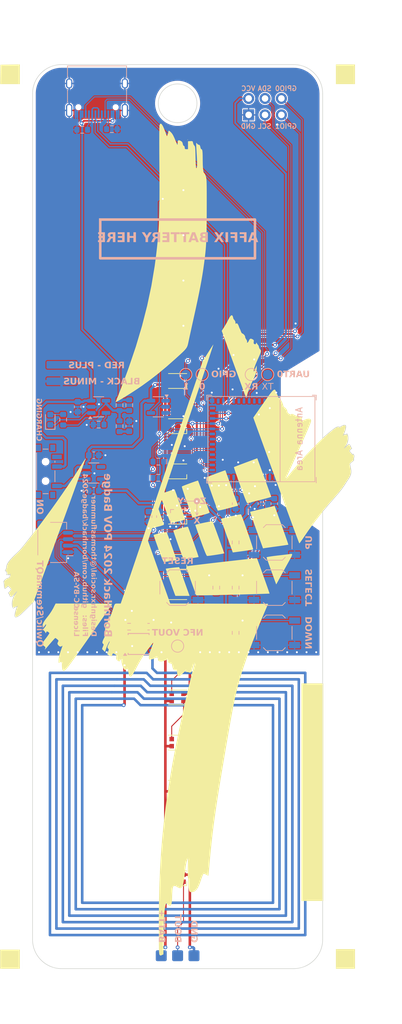
<source format=kicad_pcb>
(kicad_pcb (version 20240108) (generator "pcbnew") (generator_version "8.0")
  (title_block (title "BornHack 2024 POV Badge") (date "2024-05-26") (rev "1.0") (company "BornHack"))
  (layers (0 "F.Cu" signal) (31 "B.Cu" signal) (34 "B.Paste" user) (35 "F.Paste" user) (36 "B.SilkS" user "B.Silkscreen") (37 "F.SilkS" user "F.Silkscreen") (38 "B.Mask" user) (39 "F.Mask" user) (44 "Edge.Cuts" user))
  (net 0 "")
  (net 1 "Net-(C1-Pad1)")
  (net 2 "GND")
  (net 3 "/1S Lipo/BATT_PLUS")
  (net 4 "+BATT")
  (net 5 "VCC")
  (net 6 "/ESP32-C3 mini module/N_RST")
  (net 7 "Net-(D2-DOUT)")
  (net 8 "Net-(D14-DOUT)")
  (net 9 "Net-(D3-DOUT)")
  (net 10 "Net-(D15-DOUT)")
  (net 11 "Net-(D4-DOUT)")
  (net 12 "Net-(D5-DOUT)")
  (net 13 "Net-(D10-DIN)")
  (net 14 "Net-(D10-DOUT)")
  (net 15 "Net-(D11-DOUT)")
  (net 16 "Net-(D12-DOUT)")
  (net 17 "Net-(D13-DOUT)")
  (net 18 "/16 x WS2812/DOUT")
  (net 19 "Net-(J3-CC1)")
  (net 20 "/1S Lipo/VUSB")
  (net 21 "/ESP32-C3 mini module/USB_D+")
  (net 22 "/ESP32-C3 mini module/TX0")
  (net 23 "/ESP32-C3 mini module/RX0")
  (net 24 "/ESP32-C3 mini module/USB_D-")
  (net 25 "Net-(J3-CC2)")
  (net 26 "/SCL")
  (net 27 "/SDA")
  (net 28 "/FD")
  (net 29 "Net-(U1-VCC)")
  (net 30 "Net-(U1-PROG)")
  (net 31 "/SW_UP")
  (net 32 "/SW_DOWN")
  (net 33 "/ESP32-C3 mini module/GPIO9_BOOT_SEL")
  (net 35 "/NFC NTAG/VOUT")
  (net 36 "/GPIO1")
  (net 37 "/GPIO0")
  (net 39 "/NFC NTAG/COIL")
  (net 40 "/LED_DATA")
  (net 54 "/ACC_INT2")
  (net 55 "/ACC_INT1")
  (net 58 "Net-(D1-DIN)")
  (net 59 "Net-(D1-DOUT)")
  (net 60 "Net-(D6-DOUT)")
  (net 61 "Net-(D7-DOUT)")
  (net 62 "Net-(D8-DOUT)")
  (net 63 "Net-(D17-A)")
  (net 64 "/1S Lipo/CHG_INDICATION")
  (footprint "LED_SMD:LED_WS2812B-2020_PLCC4_2.0x2.0mm" (layer "F.Cu") (at 77.5 149 180)
    (property "Reference" "D15" (hide yes))
    (property "Value" "WS2812B-2020")
  )
  (footprint "LED_SMD:LED_WS2812B-2020_PLCC4_2.0x2.0mm" (layer "F.Cu") (at 77.5 135 180)
    (property "Reference" "D13" (hide yes))
    (property "Value" "WS2812B-2020")
  )
  (footprint "LED_SMD:LED_WS2812B-2020_PLCC4_2.0x2.0mm" (layer "F.Cu") (at 77.5 79 180)
    (property "Reference" "D5" (hide yes))
    (property "Value" "WS2812B-2020")
  )
  (footprint "LED_SMD:LED_WS2812B-2020_PLCC4_2.0x2.0mm" (layer "F.Cu") (at 77.5 156 180)
    (property "Reference" "D16" (hide yes))
    (property "Value" "WS2812B-2020")
  )
  (footprint "LED_SMD:LED_WS2812B-2020_PLCC4_2.0x2.0mm" (layer "F.Cu") (at 77.5 86 180)
    (property "Reference" "D6" (hide yes))
    (property "Value" "WS2812B-2020")
  )
  (footprint "LED_SMD:LED_WS2812B-2020_PLCC4_2.0x2.0mm" (layer "F.Cu") (at 77.5 121 180)
    (property "Reference" "D11" (hide yes))
    (property "Value" "WS2812B-2020")
  )
  (footprint "LED_SMD:LED_WS2812B-2020_PLCC4_2.0x2.0mm" (layer "F.Cu") (at 77.5 72 180)
    (property "Reference" "D4" (hide yes))
    (property "Value" "WS2812B-2020")
  )
  (footprint "LED_SMD:LED_WS2812B-2020_PLCC4_2.0x2.0mm" (layer "F.Cu") (at 77.5 107 180)
    (property "Reference" "D9" (hide yes))
    (property "Value" "WS2812B-2020")
  )
  (footprint "LED_SMD:LED_WS2812B-2020_PLCC4_2.0x2.0mm" (layer "F.Cu") (at 77.5 142 180)
    (property "Reference" "D14" (hide yes))
    (property "Value" "WS2812B-2020")
  )
  (footprint "LED_SMD:LED_WS2812B-2020_PLCC4_2.0x2.0mm" (layer "F.Cu") (at 77.5 65 180)
    (property "Reference" "D3" (hide yes))
    (property "Value" "WS2812B-2020")
  )
  (footprint "LED_SMD:LED_WS2812B-2020_PLCC4_2.0x2.0mm" (layer "F.Cu") (at 77.5 51 180)
    (property "Reference" "D1" (hide yes))
    (property "Value" "WS2812B-2020")
  )
  (footprint "LED_SMD:LED_WS2812B-2020_PLCC4_2.0x2.0mm" (layer "F.Cu") (at 77.5 93 180)
    (property "Reference" "D7" (hide yes))
    (property "Value" "WS2812B-2020")
  )
  (footprint "LED_SMD:LED_WS2812B-2020_PLCC4_2.0x2.0mm" (layer "F.Cu") (at 77.5 100 180)
    (property "Reference" "D8" (hide yes))
    (property "Value" "WS2812B-2020")
  )
  (footprint "LED_SMD:LED_WS2812B-2020_PLCC4_2.0x2.0mm" (layer "F.Cu") (at 77.5 58 180)
    (property "Reference" "D2" (hide yes))
    (property "Value" "WS2812B-2020")
  )
  (footprint "LED_SMD:LED_WS2812B-2020_PLCC4_2.0x2.0mm" (layer "F.Cu") (at 77.5 128 180)
    (property "Reference" "D12" (hide yes))
    (property "Value" "WS2812B-2020")
  )
  (footprint "LED_SMD:LED_WS2812B-2020_PLCC4_2.0x2.0mm" (layer "F.Cu") (at 77.5 114 180)
    (property "Reference" "D10" (hide yes))
    (property "Value" "WS2812B-2020")
  )
  (footprint "badgelife_sao_v169bis:Badgelife-SAOv169-BADGE-2x3" (layer "F.Cu") (at 91 36.5)
    (property "Reference" "X1" (hide yes))
    (property "Value" "#badgelife")
  )
  (footprint "LOGO" (layer "F.Cu") (at 77.5 100)
    (property "Reference" "G***" (hide yes))
    (property "Value" "LOGO" (hide yes))
  )
  (footprint "Capacitor_SMD:C_0603_1608Metric" (layer "B.Cu") (at 90.5 98 -90)
    (property "Reference" "C8" (hide yes))
    (property "Value" "100nF")
  )
  (footprint "Resistor_SMD:R_0603_1608Metric" (layer "B.Cu") (at 83.5 111 90)
    (property "Reference" "R11" (hide yes))
    (property "Value" "10K")
  )
  (footprint "Package_TO_SOT_SMD:SOT-23-5" (layer "B.Cu") (at 74.5 83 180)
    (property "Reference" "U5" (hide yes))
    (property "Value" "74LVC1G17")
  )
  (footprint "Resistor_SMD:R_0603_1608Metric" (layer "B.Cu") (at 70 82.75 90)
    (property "Reference" "R4" (hide yes))
    (property "Value" "1")
  )
  (footprint "TestPoint:TestPoint_Pad_D1.5mm" (layer "B.Cu") (at 77.5 120.05 180)
    (property "Reference" "TP1" (hide yes))
    (property "Value" "NFC_VOUT")
  )
  (footprint "Package_TO_SOT_SMD:SOT-23-5" (layer "B.Cu") (at 64.5 93.25)
    (property "Reference" "U2" (hide yes))
    (property "Value" "AP2112K-3.3")
  )
  (footprint "Button_Switch_SMD:SW_SPST_TL3342" (layer "B.Cu") (at 92.5 104 180)
    (property "Reference" "SW1" (hide yes))
    (property "Value" "UP")
  )
  (footprint "Resistor_SMD:R_0603_1608Metric" (layer "B.Cu") (at 62.7 40.1 180)
    (property "Reference" "R9" (hide yes))
    (property "Value" "5.1K")
  )
  (footprint "TestPoint:TestPoint_Pad_D1.5mm" (layer "B.Cu") (at 88.93 78 180)
    (property "Reference" "TP5" (hide yes))
    (property "Value" "RX0")
  )
  (footprint "TestPoint:TestPoint_Pad_D1.5mm" (layer "B.Cu") (at 78.77 78 180)
    (property "Reference" "TP2" (hide yes))
    (property "Value" "GPIO1")
  )
  (footprint "Connector_JST:JST_SH_SM04B-SRSS-TB_1x04-1MP_P1.00mm_Horizontal" (layer "B.Cu") (at 58.5 104 90)
    (property "Reference" "J4" (hide yes))
    (property "Value" "Qwiic")
  )
  (footprint "Package_LGA:LGA-12_2x2mm_P0.5mm" (layer "B.Cu") (at 77.5 100 180)
    (property "Reference" "U6" (hide yes))
    (property "Value" "LIS2Dx12")
  )
  (footprint "Resistor_SMD:R_0603_1608Metric" (layer "B.Cu") (at 65.25 85.75)
    (property "Reference" "R6" (hide yes))
    (property "Value" "2k")
  )
  (footprint "Resistor_SMD:R_0603_1608Metric" (layer "B.Cu") (at 59.75 85 -90)
    (property "Reference" "R3" (hide yes))
    (property "Value" "1k")
  )
  (footprint "Capacitor_SMD:C_0603_1608Metric" (layer "B.Cu") (at 92.5 98 -90)
    (property "Reference" "C6" (hide yes))
    (property "Value" "10uF")
  )
  (footprint "TestPoint:TestPoint_Pad_D1.5mm" (layer "B.Cu") (at 91.47 78 180)
    (property "Reference" "TP4" (hide yes))
    (property "Value" "TX0")
  )
  (footprint "Capacitor_SMD:C_0603_1608Metric" (layer "B.Cu") (at 73 100 -90)
    (property "Reference" "C9" (hide yes))
    (property "Value" "10uF")
  )
  (footprint "Connector_PinHeader_2.54mm:PinHeader_1x02_P2.54mm_Vertical" (layer "B.Cu") (at 59.5 76.5 180)
    (property "Reference" "J2" (hide yes))
    (property "Value" "LiPo 1S")
  )
  (footprint "Resistor_SMD:R_0603_1608Metric" (layer "B.Cu") (at 86.5 111 90)
    (property "Reference" "R14" (hide yes))
    (property "Value" "10K")
  )
  (footprint "Resistor_SMD:R_0603_1608Metric" (layer "B.Cu") (at 74.5 91.49 180)
    (property "Reference" "R7" (hide yes))
    (property "Value" "10k")
  )
  (footprint "Resistor_SMD:R_0603_1608Metric" (layer "B.Cu") (at 67.3 40)
    (property "Reference" "R10" (hide yes))
    (property "Value" "5.1K")
  )
  (footprint "Button_Switch_SMD:SW_SPST_TL3342" (layer "B.Cu") (at 92.5 118 180)
    (property "Reference" "SW2" (hide yes))
    (property "Value" "DOWN")
  )
  (footprint "Capacitor_SMD:C_0603_1608Metric" (layer "B.Cu") (at 70 86 90)
    (property "Reference" "C1" (hide yes))
    (property "Value" "100nF")
  )
  (footprint "Capacitor_SMD:C_0603_1608Metric" (layer "B.Cu") (at 86.5 98 -90)
    (property "Reference" "C7" (hide yes))
    (property "Value" "1uF")
  )
  (footprint "Connector_PinHeader_2.54mm:PinHeader_1x03_P2.54mm_Horizontal" (layer "B.Cu") (at 74.96 168 -90)
    (property "Reference" "J1" (hide yes))
    (property "Value" "LED_OUT")
  )
  (footprint "Resistor_SMD:R_0603_1608Metric" (layer "B.Cu") (at 86.5 104 90)
    (property "Reference" "R12" (hide yes))
    (property "Value" "10K")
  )
  (footprint "Capacitor_SMD:C_0603_1608Metric" (layer "B.Cu") (at 64.5 96 180)
    (property "Reference" "C4" (hide yes))
    (property "Value" "1uF")
  )
  (footprint "Resistor_SMD:R_0603_1608Metric" (layer "B.Cu") (at 86.5 118 90)
    (property "Reference" "R13" (hide yes))
    (property "Value" "10K")
  )
  (footprint "Resistor_SMD:R_0603_1608Metric" (layer "B.Cu") (at 68.49 82.75 90)
    (property "Reference" "R5" (hide yes))
    (property "Value" "1")
  )
  (footprint "Resistor_SMD:R_0603_1608Metric" (layer "B.Cu") (at 68.5 86 90)
    (property "Reference" "R2" (hide yes))
    (property "Value" "1")
  )
  (footprint "Package_SO:TSSOP-8_3x3mm_P0.65mm" (layer "B.Cu") (at 71.45 119.725)
    (property "Reference" "U3" (hide yes))
    (property "Value" "NT3H2x11")
  )
  (footprint "Capacitor_SMD:C_0603_1608Metric" (layer "B.Cu") (at 62 83 -90)
    (property "Reference" "C2" (hide yes))
    (property "Value" "4.7uF")
  )
  (footprint "Resistor_SMD:R_0603_1608Metric" (layer "B.Cu") (at 74.5 94 180)
    (property "Reference" "R8" (hide yes))
    (property "Value" "10k")
  )
  (footprint "Button_Switch_SMD:SW_SPST_TL3342" (layer "B.Cu") (at 77.5 111)
    (property "Reference" "SW4" (hide yes))
    (property "Value" "RESET")
  )
  (footprint "Capacitor_SMD:C_0603_1608Metric" (layer "B.Cu") (at 73 117.05)
    (property "Reference" "C5" (hide yes))
    (property "Value" "100nf")
  )
  (footprint "LED_SMD:LED_0603_1608Metric" (layer "B.Cu") (at 57.75 85 90)
    (property "Reference" "D17" (hide yes))
    (property "Value" "CHRG")
  )
  (footprint "PCM_Espressif:ESP32-C3-MINI-1" (layer "B.Cu") (at 90.5 88 90)
    (property "Reference" "U4" (hide yes))
    (property "Value" "ESP32-C3-MINI-1")
  )
  (footprint "Resistor_SMD:R_0603_1608Metric" (layer "B.Cu") (at 69.975 117.05 180)
    (property "Reference" "R1" (hide yes))
    (property "Value" "10K")
  )
  (footprint "Button_Switch_SMD:SW_SPDT_PCM12" (layer "B.Cu") (at 57.35 93 90)
    (property "Reference" "SW3" (hide yes))
    (property "Value" "POWER")
  )
  (footprint "TestPoint:TestPoint_Pad_D1.5mm" (layer "B.Cu") (at 81.31 78 180)
    (property "Reference" "TP3" (hide yes))
    (property "Value" "GPIO0")
  )
  (footprint "Capacitor_SMD:C_0603_1608Metric" (layer "B.Cu") (at 74.75 100 -90)
    (property "Reference" "C10" (hide yes))
    (property "Value" "100nF")
  )
  (footprint "Capacitor_SMD:C_0603_1608Metric" (layer "B.Cu") (at 64.5 90.5)
    (property "Reference" "C3" (hide yes))
    (property "Value" "1uF")
  )
  (footprint "Button_Switch_SMD:SW_SPST_TL3342" (layer "B.Cu") (at 92.5 111 180)
    (property "Reference" "SW5" (hide yes))
    (property "Value" "SELECT")
  )
  (footprint "Package_TO_SOT_SMD:SOT-23-5" (layer "B.Cu") (at 65.25 83)
    (property "Reference" "U1" (hide yes))
    (property "Value" "HX4054A")
  )
  (footprint "Connector_USB:USB_C_Receptacle_XKB_U262-16XN-4BVC11" (layer "B.Cu") (at 65 34)
    (property "Reference" "J3" (hide yes))
    (property "Value" "USB_C_Receptacle_USB2.0_16P")
  )
  (gr_line (start 78.5 97.6) (end 78.9 97.4) (stroke (width 0.1)) (layer "B.SilkS"))
  (gr_line (start 80.5 98.047213) (end 80.5 99.8) (stroke (width 0.1)) (layer "B.SilkS"))
  (gr_line (start 78.5 97.6) (end 78.9 97.8) (stroke (width 0.1)) (layer "B.SilkS"))
  (gr_circle (center 80.5 97.6) (end 80.947214 97.6) (stroke (width 0.1)) (fill solid) (layer "B.SilkS"))
  (gr_rect (start 65.5 54) (end 89.5 60) (stroke (width 0.4)) (fill none) (layer "B.SilkS"))
  (gr_line (start 80.5 99.8) (end 80.3 99.4) (stroke (width 0.1)) (layer "B.SilkS"))
  (gr_line (start 80.052787 97.6) (end 78.5 97.6) (stroke (width 0.1)) (layer "B.SilkS"))
  (gr_line (start 80.5 99.8) (end 80.7 99.4) (stroke (width 0.1)) (layer "B.SilkS"))
  (gr_curve (pts (xy 52.036467 114.20334) (xy 52.062951 114.138572) (xy 52.096046 114.099535) (xy 52.13138 114.069261)) (stroke (width 0.09)) (layer "Edge.Cuts"))
  (gr_curve (pts (xy 51.667885 106.55863) (xy 51.245624 107.004081) (xy 50.927491 107.47186) (xy 50.963729 107.962571)) (stroke (width 0.09)) (layer "Edge.Cuts"))
  (gr_curve (pts (xy 53.313672 104.90057) (xy 52.900562 105.414535) (xy 52.174034 105.96743) (xy 51.667885 106.55863)) (stroke (width 0.09)) (layer "Edge.Cuts"))
  (gr_curve (pts (xy 50.765938 108.372774) (xy 50.994778 108.597287) (xy 51.123301 108.605195) (xy 50.980523 108.97888)) (stroke (width 0.09)) (layer "Edge.Cuts"))
  (gr_curve (pts (xy 59.498566 29.999995) (xy 57.024363 29.999995) (xy 55.000003 32.024355) (xy 55.000003 34.498558)) (stroke (width 0.09)) (layer "Edge.Cuts"))
  (gr_curve (pts (xy 99.999991 34.498558) (xy 99.999991 32.024355) (xy 97.975653 29.999995) (xy 95.501428 29.999995)) (stroke (width 0.09)) (layer "Edge.Cuts"))
  (gr_curve (pts (xy 103.757966 87.16595) (xy 103.615253 87.478808) (xy 103.315292 87.105855) (xy 103.186575 87.422804)) (stroke (width 0.09)) (layer "Edge.Cuts"))
  (gr_curve (pts (xy 102.867279 86.033095) (xy 102.782939 86.094095) (xy 102.705747 86.15643) (xy 102.623216 86.217753)) (stroke (width 0.09)) (layer "Edge.Cuts"))
  (gr_curve (pts (xy 77.500008 32.999985) (xy 79.156862 32.999985) (xy 80.499997 34.343141) (xy 80.499997 35.999995)) (stroke (width 0.09)) (layer "Edge.Cuts"))
  (gr_curve (pts (xy 53.165554 115.144346) (xy 53.552223 114.777185) (xy 53.928772 114.400615) (xy 54.307991 114.02652)) (stroke (width 0.09)) (layer "Edge.Cuts"))
  (gr_curve (pts (xy 77.500008 38.999984) (xy 75.843154 38.999984) (xy 74.499997 37.656849) (xy 74.499997 35.999995)) (stroke (width 0.09)) (layer "Edge.Cuts"))
  (gr_line (start 51.529005 108.896665) (end 51.503102 109.268585) (stroke (width 0.09)) (layer "Edge.Cuts"))
  (gr_curve (pts (xy 103.374118 89.380006) (xy 103.373687 89.378994) (xy 103.373235 89.37796) (xy 103.372804 89.376948)) (stroke (width 0.09)) (layer "Edge.Cuts"))
  (gr_curve (pts (xy 103.559162 94.836972) (xy 103.969258 94.150472) (xy 104.575078 93.591807) (xy 104.375542 92.671988)) (stroke (width 0.09)) (layer "Edge.Cuts"))
  (gr_curve (pts (xy 52.13138 114.069261) (xy 52.142921 114.084312) (xy 52.15401 114.100418) (xy 52.166455 114.113358)) (stroke (width 0.09)) (layer "Edge.Cuts"))
  (gr_curve (pts (xy 50.934597 111.000456) (xy 51.049986 110.936614) (xy 51.204068 110.754347) (xy 51.14479 110.812354)) (stroke (width 0.09)) (layer "Edge.Cuts"))
  (gr_curve (pts (xy 55.000003 102.744866) (xy 54.390802 103.539822) (xy 53.815967 104.275651) (xy 53.313672 104.90057)) (stroke (width 0.09)) (layer "Edge.Cuts"))
  (gr_curve (pts (xy 104.853786 90.5061) (xy 104.749873 90.384402) (xy 104.827883 90.220738) (xy 104.63457 90.401692)) (stroke (width 0.09)) (layer "Edge.Cuts"))
  (gr_line (start 51.815507 112.382887) (end 51.908568 112.287759) (stroke (width 0.09)) (layer "Edge.Cuts"))
  (gr_curve (pts (xy 54.307991 114.02652) (xy 54.541353 113.801211) (xy 54.76916 113.570799) (xy 55.000003 113.343164)) (stroke (width 0.09)) (layer "Edge.Cuts"))
  (gr_curve (pts (xy 50.507706 110.062335) (xy 50.621976 110.175097) (xy 50.57424 111.014559) (xy 50.688251 111.127085)) (stroke (width 0.09)) (layer "Edge.Cuts"))
  (gr_curve (pts (xy 52.166455 114.113358) (xy 52.182755 114.072534) (xy 52.202004 114.043638) (xy 52.221964 114.017455)) (stroke (width 0.09)) (layer "Edge.Cuts"))
  (gr_line (start 99.999991 165.501436) (end 99.999991 99.21248) (stroke (width 0.09)) (layer "Edge.Cuts"))
  (gr_curve (pts (xy 99.999991 99.21248) (xy 100.313495 98.829192) (xy 100.634857 98.443794) (xy 100.972498 98.05523)) (stroke (width 0.09)) (layer "Edge.Cuts"))
  (gr_curve (pts (xy 50.800152 109.749973) (xy 50.712194 109.801735) (xy 50.617476 109.889714) (xy 50.507706 110.062335)) (stroke (width 0.09)) (layer "Edge.Cuts"))
  (gr_curve (pts (xy 52.221964 114.017455) (xy 52.36106 113.972884) (xy 52.523259 114.019329) (xy 52.63488 113.871125)) (stroke (width 0.09)) (layer "Edge.Cuts"))
  (gr_curve (pts (xy 50.980523 108.97888) (xy 50.943986 109.065657) (xy 51.081874 108.969594) (xy 51.117144 108.939794)) (stroke (width 0.09)) (layer "Edge.Cuts"))
  (gr_line (start 95.501428 29.999995) (end 59.498566 29.999995) (stroke (width 0.09)) (layer "Edge.Cuts"))
  (gr_curve (pts (xy 51.209644 110.745088) (xy 51.327854 110.860241) (xy 51.542979 111.069875) (xy 51.65333 111.177405)) (stroke (width 0.09)) (layer "Edge.Cuts"))
  (gr_curve (pts (xy 103.186575 87.422804) (xy 103.569971 86.484252) (xy 104.011223 85.356565) (xy 102.867279 86.033095)) (stroke (width 0.09)) (layer "Edge.Cuts"))
  (gr_curve (pts (xy 95.501428 169.999999) (xy 97.975653 169.999999) (xy 99.999991 167.975639) (xy 99.999991 165.501436)) (stroke (width 0.09)) (layer "Edge.Cuts"))
  (gr_curve (pts (xy 74.499997 35.999995) (xy 74.499997 34.343141) (xy 75.843154 32.999985) (xy 77.500008 32.999985)) (stroke (width 0.09)) (layer "Edge.Cuts"))
  (gr_curve (pts (xy 52.554093 111.643978) (xy 51.678436 112.804566) (xy 51.705501 113.867529) (xy 52.036467 114.20334)) (stroke (width 0.09)) (layer "Edge.Cuts"))
  (gr_curve (pts (xy 104.840587 91.224811) (xy 104.73661 91.10251) (xy 104.957548 90.628142) (xy 104.853786 90.5061)) (stroke (width 0.09)) (layer "Edge.Cuts"))
  (gr_curve (pts (xy 51.65333 111.177405) (xy 51.768396 111.28937) (xy 51.507258 111.554686) (xy 51.245624 111.820518)) (stroke (width 0.09)) (layer "Edge.Cuts"))
  (gr_curve (pts (xy 51.503102 109.268585) (xy 51.456206 109.346509) (xy 51.41213 109.407293) (xy 51.369971 109.4563)) (stroke (width 0.09)) (layer "Edge.Cuts"))
  (gr_curve (pts (xy 103.372804 89.376948) (xy 104.072891 88.52138) (xy 104.048323 87.548378) (xy 103.757966 87.16595)) (stroke (width 0.09)) (layer "Edge.Cuts"))
  (gr_curve (pts (xy 80.499997 35.999995) (xy 80.499997 37.656849) (xy 79.156862 38.999984) (xy 77.500008 38.999984)) (stroke (width 0.09)) (layer "Edge.Cuts"))
  (gr_curve (pts (xy 50.963729 107.962571) (xy 50.963729 107.962571) (xy 50.963729 107.962571) (xy 50.765938 108.372774)) (stroke (width 0.09)) (layer "Edge.Cuts"))
  (gr_curve (pts (xy 51.148731 108.915075) (xy 51.316399 108.794088) (xy 51.018355 109.245826) (xy 51.529005 108.896665)) (stroke (width 0.09)) (layer "Edge.Cuts"))
  (gr_curve (pts (xy 104.209812 89.922371) (xy 104.104693 89.803989) (xy 104.301645 89.617846) (xy 104.512786 89.445742)) (stroke (width 0.09)) (layer "Edge.Cuts"))
  (gr_curve (pts (xy 55.000003 165.501436) (xy 55.000003 167.975639) (xy 57.024363 169.999999) (xy 59.498566 169.999999)) (stroke (width 0.09)) (layer "Edge.Cuts"))
  (gr_line (start 55.000003 34.498558) (end 55.000003 102.744866) (stroke (width 0.09)) (layer "Edge.Cuts"))
  (gr_curve (pts (xy 100.972498 98.05523) (xy 101.913849 96.971877) (xy 102.888725 95.943602) (xy 103.559162 94.836972)) (stroke (width 0.09)) (layer "Edge.Cuts"))
  (gr_curve (pts (xy 101.930472 86.279527) (xy 101.229201 86.796959) (xy 100.598749 87.327612) (xy 99.999991 87.867932)) (stroke (width 0.09)) (layer "Edge.Cuts"))
  (gr_curve (pts (xy 51.117144 108.939794) (xy 51.129075 108.932486) (xy 51.140623 108.922831) (xy 51.148731 108.915075)) (stroke (width 0.09)) (layer "Edge.Cuts"))
  (gr_curve (pts (xy 52.63488 113.871125) (xy 52.641383 113.868778) (xy 52.648187 113.867637) (xy 52.654539 113.864773)) (stroke (width 0.09)) (layer "Edge.Cuts"))
  (gr_line (start 99.999991 87.867932) (end 99.999991 34.498558) (stroke (width 0.09)) (layer "Edge.Cuts"))
  (gr_line (start 51.949048 112.277833) (end 52.554093 111.643978) (stroke (width 0.09)) (layer "Edge.Cuts"))
  (gr_line (start 55.000003 113.343164) (end 55.000003 165.501436) (stroke (width 0.09)) (layer "Edge.Cuts"))
  (gr_curve (pts (xy 52.654539 113.864773) (xy 52.227498 114.931073) (xy 51.909752 116.054411) (xy 52.894404 115.344312)) (stroke (width 0.09)) (layer "Edge.Cuts"))
  (gr_curve (pts (xy 51.14479 110.812354) (xy 51.173105 110.782984) (xy 51.195476 110.759795) (xy 51.209644 110.745088)) (stroke (width 0.09)) (layer "Edge.Cuts"))
  (gr_line (start 59.498566 169.999999) (end 95.501428 169.999999) (stroke (width 0.09)) (layer "Edge.Cuts"))
  (gr_curve (pts (xy 51.245624 111.820518) (xy 51.473948 112.045052) (xy 51.438722 112.537572) (xy 51.815507 112.382887)) (stroke (width 0.09)) (layer "Edge.Cuts"))
  (gr_curve (pts (xy 102.623216 86.217753) (xy 102.573004 86.033892) (xy 102.379174 86.008786) (xy 101.930472 86.279527)) (stroke (width 0.09)) (layer "Edge.Cuts"))
  (gr_curve (pts (xy 51.908568 112.287759) (xy 51.922671 112.283453) (xy 51.933588 112.284335) (xy 51.949048 112.277833)) (stroke (width 0.09)) (layer "Edge.Cuts"))
  (gr_line (start 104.375542 92.671988) (end 104.218317 91.875827) (stroke (width 0.09)) (layer "Edge.Cuts"))
  (gr_curve (pts (xy 104.218317 91.875827) (xy 104.485204 91.39881) (xy 104.559252 91.668001) (xy 104.840587 91.224811)) (stroke (width 0.09)) (layer "Edge.Cuts"))
  (gr_curve (pts (xy 52.894404 115.344312) (xy 52.974997 115.291775) (xy 53.062395 115.22944) (xy 53.165554 115.144346)) (stroke (width 0.09)) (layer "Edge.Cuts"))
  (gr_curve (pts (xy 104.63457 90.401692) (xy 104.52844 90.281932) (xy 104.315834 90.042002) (xy 104.209812 89.922371)) (stroke (width 0.09)) (layer "Edge.Cuts"))
  (gr_curve (pts (xy 51.369971 109.4563) (xy 51.177906 109.583876) (xy 51.01702 109.507782) (xy 50.800152 109.749973)) (stroke (width 0.09)) (layer "Edge.Cuts"))
  (gr_curve (pts (xy 104.512786 89.445742) (xy 104.303777 89.203143) (xy 104.312195 88.777911) (xy 103.994192 88.835767)) (stroke (width 0.09)) (layer "Edge.Cuts"))
  (gr_curve (pts (xy 103.994192 88.835767) (xy 103.778378 89.011617) (xy 103.580522 89.198406) (xy 103.374118 89.380006)) (stroke (width 0.09)) (layer "Edge.Cuts"))
  (gr_curve (pts (xy 50.688251 111.127085) (xy 50.734286 111.172431) (xy 50.854369 111.076894) (xy 50.934597 111.000456)) (stroke (width 0.09)) (layer "Edge.Cuts"))
  (gr_text "GND" (at 80 166 270) (layer "B.SilkS") (effects (font (size 1 1) (thickness 0.2) (bold yes)) (justify left mirror)))
  (gr_text "UART0" (at 92.9 78 0) (layer "B.SilkS") (effects (font (size 1 1) (thickness 0.2) (bold yes)) (justify right mirror)))
  (gr_text "BLACK - MINUS" (at 71.7 79.7 0) (layer "B.SilkS") (effects (font (size 1 1) (thickness 0.2) (bold yes)) (justify left bottom mirror)))
  (gr_text "Y" (at 77.95 97.65 0) (layer "B.SilkS") (effects (font (size 1 1) (thickness 0.2) (bold yes)) (justify mirror)))
  (gr_text "Design:\nFiles:\nLicense:" (at 61.3 118.6 270) (layer "B.SilkS") (effects (font (size 0.8 0.8) (thickness 0.2) (bold yes)) (justify left bottom mirror)))
  (gr_text "UP" (at 98.5 104 90) (layer "B.SilkS") (effects (font (size 1 1) (thickness 0.2) (bold yes)) (justify bottom mirror)))
  (gr_text "0" (at 81.31 80.5 0) (layer "B.SilkS") (effects (font (size 1 1) (thickness 0.2) (bold yes)) (justify bottom mirror)))
  (gr_text "RX" (at 88.93 80.5 0) (layer "B.SilkS") (effects (font (size 1 1) (thickness 0.2) (bold yes)) (justify bottom mirror)))
  (gr_text "DOUT" (at 77.5 166 270) (layer "B.SilkS") (effects (font (size 1 1) (thickness 0.2) (bold yes)) (justify left mirror)))
  (gr_text "BornHack 2024 POV Badge" (at 65.9 118.7 270) (layer "B.SilkS") (effects (font (size 1.2 1.2) (thickness 0.2) (bold yes)) (justify left bottom mirror)))
  (gr_text "NFC VOUT" (at 77.5 118.6 0) (layer "B.SilkS") (effects (font (size 1 1) (thickness 0.2) (bold yes)) (justify bottom mirror)))
  (gr_text "RESET" (at 77.5 107.5 0) (layer "B.SilkS") (effects (font (size 1 1) (thickness 0.2) (bold yes)) (justify bottom mirror)))
  (gr_text "CHARGING" (at 55.5 85 270) (layer "B.SilkS") (effects (font (size 0.8 0.8) (thickness 0.2) (bold yes)) (justify bottom mirror)))
  (gr_text "GPIO" (at 82.7 78 0) (layer "B.SilkS") (effects (font (size 1 1) (thickness 0.2) (bold yes)) (justify right mirror)))
  (gr_text "hxr.social/@thomasflummer\ngithub.com/bornhack/badge2024\nCC-BY-SA" (at 61.3 114.2 270) (layer "B.SilkS") (effects (font (size 0.8 0.8) (thickness 0.2) (bold yes)) (justify left bottom mirror)))
  (gr_text "SELECT" (at 98.5 111 90) (layer "B.SilkS") (effects (font (size 1 1) (thickness 0.2) (bold yes)) (justify bottom mirror)))
  (gr_text "AFFIX BATTERY HERE" (at 77.5 57.75 0) (layer "B.SilkS") (effects (font (size 1.5 1.5) (thickness 0.3) (bold yes)) (justify bottom mirror)))
  (gr_text "Z" (at 81.45 97.65 0) (layer "B.SilkS") (effects (font (size 1 1) (thickness 0.2) (bold yes)) (justify mirror)))
  (gr_text "DOWN" (at 98.5 118 90) (layer "B.SilkS") (effects (font (size 1 1) (thickness 0.2) (bold yes)) (justify bottom mirror)))
  (gr_text "BATT+" (at 75 166 270) (layer "B.SilkS") (effects (font (size 1 1) (thickness 0.2) (bold yes)) (justify left mirror)))
  (gr_text "1" (at 78.77 80.5 0) (layer "B.SilkS") (effects (font (size 1 1) (thickness 0.2) (bold yes)) (justify bottom mirror)))
  (gr_text "RED - PLUS" (at 69.3 77.2 0) (layer "B.SilkS") (effects (font (size 1 1) (thickness 0.2) (bold yes)) (justify left bottom mirror)))
  (gr_text "X" (at 80.5 100.65 0) (layer "B.SilkS") (effects (font (size 1 1) (thickness 0.2) (bold yes)) (justify mirror)))
  (gr_text "Qwiic/StemmaQT" (at 55.5 113.5 270) (layer "B.SilkS") (effects (font (size 1 1) (thickness 0.2) (bold yes)) (justify bottom mirror)))
  (gr_text "TX" (at 91.47 80.5 0) (layer "B.SilkS") (effects (font (size 1 1) (thickness 0.125)) (justify bottom mirror)))
  (gr_text "ON" (at 55.5 98.5 -90) (layer "B.SilkS") (effects (font (size 1 1) (thickness 0.2) (bold yes)) (justify bottom mirror)))
  (segment (start 69.95 86.825) (end 70 86.775) (width 0.15) (layer "B.Cu") (net 1))
  (segment (start 68.5 86.825) (end 69.95 86.825) (width 0.4) (layer "B.Cu") (net 1))
  (segment (start 79.4 166.7) (end 79.4 155.5) (width 0.4) (layer "F.Cu") (net 2))
  (segment (start 79.4 134.4) (end 79.4 127.4) (width 0.4) (layer "F.Cu") (net 2))
  (segment (start 79.35 141.45) (end 79.4 141.4) (width 0.4) (layer "F.Cu") (net 2))
  (segment (start 78.415 148.45) (end 79.35 148.45) (width 0.4) (layer "F.Cu") (net 2))
  (segment (start 79.4 120.7) (end 79.15 120.45) (width 0.4) (layer "F.Cu") (net 2))
  (segment (start 78.415 155.45) (end 79.35 155.45) (width 0.4) (layer "F.Cu") (net 2))
  (segment (start 78.415 141.45) (end 79.35 141.45) (width 0.4) (layer "F.Cu") (net 2))
  (segment (start 79.4 127.4) (end 79.4 120.7) (width 0.4) (layer "F.Cu") (net 2))
  (segment (start 79.35 134.45) (end 79.4 134.4) (width 0.4) (layer "F.Cu") (net 2))
  (segment (start 79.15 120.45) (end 78.415 120.45) (width 0.4) (layer "F.Cu") (net 2))
  (segment (start 79.4 141.4) (end 79.4 134.4) (width 0.4) (layer "F.Cu") (net 2))
  (segment (start 78.415 127.45) (end 79.35 127.45) (width 0.4) (layer "F.Cu") (net 2))
  (segment (start 79.4 148.5) (end 79.4 141.4) (width 0.4) (layer "F.Cu") (net 2))
  (segment (start 79.35 155.45) (end 79.4 155.5) (width 0.4) (layer "F.Cu") (net 2))
  (segment (start 79.35 127.45) (end 79.4 127.4) (width 0.4) (layer "F.Cu") (net 2))
  (segment (start 79.35 148.45) (end 79.4 148.5) (width 0.4) (layer "F.Cu") (net 2))
  (segment (start 79.4 155.5) (end 79.4 148.5) (width 0.4) (layer "F.Cu") (net 2))
  (segment (start 78.415 134.45) (end 79.35 134.45) (width 0.4) (layer "F.Cu") (net 2))
  (via (at 68 121) (size 0.5) (drill 0.3) (layers "F.Cu" "B.Cu") (net 2))
  (via (at 56 121) (size 0.5) (drill 0.3) (layers "F.Cu" "B.Cu") (net 2))
  (via (at 78.4 56.425) (size 0.5) (drill 0.3) (layers "F.Cu" "B.Cu") (net 2))
  (via (at 62.9 83) (size 0.6) (drill 0.3) (layers "F.Cu" "B.Cu") (net 2))
  (via (at 83.85 77.1) (size 0.5) (drill 0.3) (layers "F.Cu" "B.Cu") (net 2))
  (via (at 85.025 95.125) (size 0.5) (drill 0.3) (layers "F.Cu" "B.Cu") (net 2))
  (via (at 87 121) (size 0.5) (drill 0.3) (layers "F.Cu" "B.Cu") (net 2))
  (via (at 86.175 74.975) (size 0.5) (drill 0.3) (layers "F.Cu" "B.Cu") (net 2))
  (via (at 76.8 95.9) (size 0.5) (drill 0.3) (layers "F.Cu" "B.Cu") (net 2))
  (via (at 79.075 95.7) (size 0.5) (drill 0.3) (layers "F.Cu" "B.Cu") (net 2))
  (via (at 76.35 101.55) (size 0.5) (drill 0.3) (layers "F.Cu" "B.Cu") (net 2))
  (via (at 60.525 106.45) (size 0.5) (drill 0.3) (layers "F.Cu" "B.Cu") (net 2))
  (via (at 65.3 82.6) (size 0.5) (drill 0.3) (layers "F.Cu" "B.Cu") (net 2))
  (via (at 76.6 88.9) (size 0.5) (drill 0.3) (layers "F.Cu" "B.Cu") (net 2))
  (via (at 71.1 85.2) (size 0.5) (drill 0.3) (layers "F.Cu" "B.Cu") (net 2))
  (via (at 86.9 91.6) (size 0.5) (drill 0.3) (layers "F.Cu" "B.Cu") (net 2))
  (via (at 92.8 80.8) (size 0.5) (drill 0.3) (layers "F.Cu" "B.Cu") (net 2))
  (via (at 93 121) (size 0.5) (drill 0.3) (layers "F.Cu" "B.Cu") (net 2))
  (via (at 92.7 95.1) (size 0.5) (drill 0.3) (layers "F.Cu" "B.Cu") (net 2))
  (via (at 75 121) (size 0.5) (drill 0.3) (layers "F.Cu" "B.Cu") (net 2))
  (via (at 63.4 85.8) (size 0.5) (drill 0.3) (layers "F.Cu" "B.Cu") (net 2))
  (via (at 82.5 121) (size 0.5) (drill 0.3) (layers "F.Cu" "B.Cu") (net 2))
  (via (at 92.9 39.3) (size 0.5) (drill 0.3) (layers "F.Cu" "B.Cu") (net 2))
  (via (at 78.4 63.45) (size 0.5) (drill 0.3) (layers "F.Cu" "B.Cu") (net 2))
  (via (at 59 121) (size 0.5) (drill 0.3) (layers "F.Cu" "B.Cu") (net 2))
  (via (at 79.4 166.7) (size 0.6) (drill 0.3) (layers "F.Cu" "B.Cu") (net 2))
  (via (at 82.8 80.8) (size 0.5) (drill 0.3) (layers "F.Cu" "B.Cu") (net 2))
  (via (at 64.6 93.3) (size 0.5) (drill 0.3) (layers "F.Cu" "B.Cu") (net 2))
  (via (at 81 121) (size 0.5) (drill 0.3) (layers "F.Cu" "B.Cu") (net 2))
  (via (at 89.5 95.3) (size 0.5) (drill 0.3) (layers "F.Cu" "B.Cu") (net 2))
  (via (at 91.8 92.8) (size 0.5) (drill 0.3) (layers "F.Cu" "B.Cu") (net 2))
  (via (at 88.5 121) (size 0.5) (drill 0.3) (layers "F.Cu" "B.Cu") (net 2))
  (via (at 70.45 120.05) (size 0.5) (drill 0.3) (layers "F.Cu" "B.Cu") (net 2))
  (via (at 92.5 99.8) (size 0.5) (drill 0.3) (layers "F.Cu" "B.Cu") (net 2))
  (via (at 89.3 91.6) (size 0.5) (drill 0.3) (layers "F.Cu" "B.Cu") (net 2))
  (via (at 78.4 70.45) (size 0.5) (drill 0.3) (layers "F.Cu" "B.Cu") (net 2))
  (via (at 95.8 70.1) (size 0.5) (drill 0.3) (layers "F.Cu" "B.Cu") (net 2))
  (via (at 81 98.5) (size 0.5) (drill 0.3) (layers "F.Cu" "B.Cu") (net 2))
  (via (at 66.5 121) (size 0.5) (drill 0.3) (layers "F.Cu" "B.Cu") (net 2))
  (via (at 94.5 121) (size 0.5) (drill 0.3) (layers "F.Cu" "B.Cu") (net 2))
  (via (at 89.775 80.85) (size 0.5) (drill 0.3) (layers "F.Cu" "B.Cu") (net 2))
  (via (at 57.5 121) (size 0.5) (drill 0.3) (layers "F.Cu" "B.Cu") (net 2))
  (via (at 65 121) (size 0.5) (drill 0.3) (layers "F.Cu" "B.Cu") (net 2))
  (via (at 84.5 91.2) (size 0.5) (drill 0.3) (layers "F.Cu" "B.Cu") (net 2))
  (via (at 86.525 99.85) (size 0.5) (drill 0.3) (layers "F.Cu" "B.Cu") (net 2))
  (via (at 84 121) (size 0.5) (drill 0.3) (layers "F.Cu" "B.Cu") (net 2))
  (via (at 91.8 83.2) (size 0.5) (drill 0.3) (layers "F.Cu" "B.Cu") (net 2))
  (via (at 82.8 95.2) (size 0.5) (drill 0.3) (layers "F.Cu" "B.Cu") (net 2))
  (via (at 70.4 114.6) (size 0.5) (drill 0.3) (layers "F.Cu" "B.Cu") (net 2))
  (via (at 89.45 98.8) (size 0.5) (drill 0.3) (layers "F.Cu" "B.Cu") (net 2))
  (via (at 78.6 89.1) (size 0.5) (drill 0.3) (layers "F.Cu" "B.Cu") (net 2))
  (via (at 78.4 91.3) (size 0.6) (drill 0.3) (layers "F.Cu" "B.Cu") (net 2))
  (via (at 73.775 116) (size 0.5) (drill 0.3) (layers "F.Cu" "B.Cu") (net 2))
  (via (at 76.4 103.5) (size 0.6) (drill 0.3) (layers "F.Cu" "B.Cu") (net 2))
  (via (at 76.5 116.4) (size 0.5) (drill 0.3) (layers "F.Cu" "B.Cu") (net 2))
  (via (at 60.5 121) (size 0.5) (drill 0.3) (layers "F.Cu" "B.Cu") (net 2))
  (via (at 96 121) (size 0.5) (drill 0.3) (layers "F.Cu" "B.Cu") (net 2))
  (via (at 91.7 90) (size 0.5) (drill 0.3) (layers "F.Cu" "B.Cu") (net 2))
  (via (at 91.5 121) (size 0.5) (drill 0.3) (layers "F.Cu" "B.Cu") (net 2))
  (via (at 73 101.8) (size 0.5) (drill 0.3) (layers "F.Cu" "B.Cu") (net 2))
  (via (at 66.3 90.5) (size 0.5) (drill 0.3) (layers "F.Cu" "B.Cu") (net 2))
  (via (at 81.7 94) (size 0.5) (drill 0.3) (layers "F.Cu" "B.Cu") (net 2))
  (via (at 63.5 121) (size 0.5) (drill 0.3) (layers "F.Cu" "B.Cu") (net 2))
  (via (at 62 121) (size 0.5) (drill 0.3) (layers "F.Cu" "B.Cu") (net 2))
  (via (at 90 121) (size 0.5) (drill 0.3) (layers "F.Cu" "B.Cu") (net 2))
  (via (at 62.6 96) (size 0.5) (drill 0.3) (layers "F.Cu" "B.Cu") (net 2))
  (via (at 99 121) (size 0.5) (drill 0.3) (layers "F.Cu" "B.Cu") (net 2))
  (via (at 78.4 84.45) (size 0.5) (drill 0.3) (layers "F.Cu" "B.Cu") (net 2))
  (via (at 60.9 83.8) (size 0.5) (drill 0.3) (layers "F.Cu" "B.Cu") (net 2))
  (via (at 97.5 121) (size 0.5) (drill 0.3) (layers "F.Cu" "B.Cu") (net 2))
  (via (at 77.275 101.55) (size 0.5) (drill 0.3) (layers "F.Cu" "B.Cu") (net 2))
  (via (at 86.025 80.3) (size 0.5) (drill 0.3) (layers "F.Cu" "B.Cu") (net 2))
  (via (at 90.1 84.2) (size 0.5) (drill 0.3) (layers "F.Cu" "B.Cu") (net 2))
  (via (at 78.4 49.45) (size 0.5) (drill 0.3) (layers "F.Cu" "B.Cu") (net 2))
  (via (at 85.5 121) (size 0.5) (drill 0.3) (layers "F.Cu" "B.Cu") (net 2))
  (segment (start 79.9 166.7) (end 79.4 166.7) (width 0.4) (layer "B.Cu") (net 2))
  (segment (start 80.04 166.84) (end 79.9 166.7) (width 0.4) (layer "B.Cu") (net 2))
  (segment (start 80.04 168) (end 80.04 166.84) (width 0.4) (layer "B.Cu") (net 2))
  (segment (start 56.3 83.1) (end 57.175 82.225) (width 0.4) (layer "B.Cu") (net 3))
  (segment (start 56.3 87) (end 56.3 83.1) (width 0.4) (layer "B.Cu") (net 3))
  (segment (start 60.1 88.2) (end 59.7 87.8) (width 0.4) (layer "B.Cu") (net 3))
  (segment (start 63.025 82.05) (end 62.85 82.225) (width 0.4) (layer "B.Cu") (net 3))
  (segment (start 62.85 82.225) (end 62 82.225) (width 0.4) (layer "B.Cu") (net 3))
  (segment (start 64.1125 82.05) (end 63.025 82.05) (width 0.4) (layer "B.Cu") (net 3))
  (segment (start 57.175 82.225) (end 62 82.225) (width 0.4) (layer "B.Cu") (net 3))
  (segment (start 59.85 92.25) (end 58.78 92.25) (width 0.4) (layer "B.Cu") (net 3))
  (segment (start 57.1 87.8) (end 56.3 87) (width 0.4) (layer "B.Cu") (net 3))
  (segment (start 63.2 76.5) (end 64.1125 77.4125) (width 0.4) (layer "B.Cu") (net 3))
  (segment (start 59.7 87.8) (end 57.1 87.8) (width 0.4) (layer "B.Cu") (net 3))
  (segment (start 60.1 92) (end 60.1 88.2) (width 0.4) (layer "B.Cu") (net 3))
  (segment (start 59.5 76.5) (end 63.2 76.5) (width 0.4) (layer "B.Cu") (net 3))
  (segment (start 59.85 92.25) (end 60.1 92) (width 0.4) (layer "B.Cu") (net 3))
  (segment (start 64.1125 77.4125) (end 64.1125 82.05) (width 0.4) (layer "B.Cu") (net 3))
  (segment (start 76.585 93.55) (end 75.65 93.55) (width 0.4) (layer "F.Cu") (net 4))
  (segment (start 76.585 65.55) (end 75.65 65.55) (width 0.4) (layer "F.Cu") (net 4))
  (segment (start 75.6 149.6) (end 75.6 156.6) (width 0.4) (layer "F.Cu") (net 4))
  (segment (start 75.6 128.6) (end 75.6 135.6) (width 0.4) (layer "F.Cu") (net 4))
  (segment (start 75.6 156.6) (end 75.6 166.7) (width 0.4) (layer "F.Cu") (net 4))
  (segment (start 75.65 114.55) (end 75.6 114.6) (width 0.4) (layer "F.Cu") (net 4))
  (segment (start 75.65 135.55) (end 75.6 135.6) (width 0.4) (layer "F.Cu") (net 4))
  (segment (start 75.95 51.55) (end 75.6 51.9) (width 0.4) (layer "F.Cu") (net 4))
  (segment (start 76.585 114.55) (end 75.65 114.55) (width 0.4) (layer "F.Cu") (net 4))
  (segment (start 75.6 107.6) (end 75.6 114.6) (width 0.4) (layer "F.Cu") (net 4))
  (segment (start 75.65 156.55) (end 75.6 156.6) (width 0.4) (layer "F.Cu") (net 4))
  (segment (start 76.585 107.55) (end 75.65 107.55) (width 0.4) (layer "F.Cu") (net 4))
  (segment (start 76.585 100.55) (end 75.65 100.55) (width 0.4) (layer "F.Cu") (net 4))
  (segment (start 75.6 142.6) (end 75.6 149.6) (width 0.4) (layer "F.Cu") (net 4))
  (segment (start 75.6 65.6) (end 75.6 72.6) (width 0.4) (layer "F.Cu") (net 4))
  (segment (start 76.585 121.55) (end 75.65 121.55) (width 0.4) (layer "F.Cu") (net 4))
  (segment (start 75.6 135.6) (end 75.6 142.6) (width 0.4) (layer "F.Cu") (net 4))
  (segment (start 75.65 72.55) (end 75.6 72.6) (width 0.4) (layer "F.Cu") (net 4))
  (segment (start 75.65 93.55) (end 75.6 93.6) (width 0.4) (layer "F.Cu") (net 4))
  (segment (start 75.65 86.55) (end 75.6 86.6) (width 0.4) (layer "F.Cu") (net 4))
  (segment (start 75.65 100.55) (end 75.6 100.6) (width 0.4) (layer "F.Cu") (net 4))
  (segment (start 75.65 128.55) (end 75.6 128.6) (width 0.4) (layer "F.Cu") (net 4))
  (segment (start 75.6 86.6) (end 75.6 93.6) (width 0.4) (layer "F.Cu") (net 4))
  (segment (start 76.585 142.55) (end 75.65 142.55) (width 0.4) (layer "F.Cu") (net 4))
  (segment (start 76.585 79.55) (end 75.65 79.55) (width 0.4) (layer "F.Cu") (net 4))
  (segment (start 76.585 149.55) (end 75.65 149.55) (width 0.4) (layer "F.Cu") (net 4))
  (segment (start 75.65 149.55) (end 75.6 149.6) (width 0.4) (layer "F.Cu") (net 4))
  (segment (start 76.585 128.55) (end 75.65 128.55) (width 0.4) (layer "F.Cu") (net 4))
  (segment (start 76.585 135.55) (end 75.65 135.55) (width 0.4) (layer "F.Cu") (net 4))
  (segment (start 75.6 100.6) (end 75.6 107.6) (width 0.4) (layer "F.Cu") (net 4))
  (segment (start 75.65 58.55) (end 75.6 58.6) (width 0.4) (layer "F.Cu") (net 4))
  (segment (start 76.585 86.55) (end 75.65 86.55) (width 0.4) (layer "F.Cu") (net 4))
  (segment (start 75.65 121.55) (end 75.6 121.6) (width 0.4) (layer "F.Cu") (net 4))
  (segment (start 76.585 51.55) (end 75.95 51.55) (width 0.4) (layer "F.Cu") (net 4))
  (segment (start 75.6 58.6) (end 75.6 65.6) (width 0.4) (layer "F.Cu") (net 4))
  (segment (start 75.65 79.55) (end 75.6 79.6) (width 0.4) (layer "F.Cu") (net 4))
  (segment (start 76.585 72.55) (end 75.65 72.55) (width 0.4) (layer "F.Cu") (net 4))
  (segment (start 75.6 114.6) (end 75.6 121.6) (width 0.4) (layer "F.Cu") (net 4))
  (segment (start 75.6 121.6) (end 75.6 128.6) (width 0.4) (layer "F.Cu") (net 4))
  (segment (start 75.6 93.6) (end 75.6 100.6) (width 0.4) (layer "F.Cu") (net 4))
  (segment (start 75.65 65.55) (end 75.6 65.6) (width 0.4) (layer "F.Cu") (net 4))
  (segment (start 75.65 142.55) (end 75.6 142.6) (width 0.4) (layer "F.Cu") (net 4))
  (segment (start 75.65 107.55) (end 75.6 107.6) (width 0.4) (layer "F.Cu") (net 4))
  (segment (start 76.585 58.55) (end 75.65 58.55) (width 0.4) (layer "F.Cu") (net 4))
  (segment (start 75.65 79.55) (end 74.049982 79.55) (width 0.4) (layer "F.Cu") (net 4))
  (segment (start 75.6 51.9) (end 75.6 58.6) (width 0.4) (layer "F.Cu") (net 4))
  (segment (start 74.049982 79.55) (end 74 79.599982) (width 0.4) (layer "F.Cu") (net 4))
  (segment (start 75.6 72.6) (end 75.6 79.6) (width 0.4) (layer "F.Cu") (net 4))
  (segment (start 76.585 156.55) (end 75.65 156.55) (width 0.4) (layer "F.Cu") (net 4))
  (segment (start 75.6 79.6) (end 75.6 86.6) (width 0.4) (layer "F.Cu") (net 4))
  (via (at 74 79.599982) (size 0.6) (drill 0.3) (layers "F.Cu" "B.Cu") (net 4))
  (via (at 75.6 166.7) (size 0.6) (drill 0.3) (layers "F.Cu" "B.Cu") (net 4))
  (segment (start 75.6 166.7) (end 75.1 166.7) (width 0.4) (layer "B.Cu") (net 4))
  (segment (start 63.3625 92.3) (end 63.3625 91.6375) (width 0.4) (layer "B.Cu") (net 4))
  (segment (start 70.5 89.2) (end 71.9 87.8) (width 0.4) (layer "B.Cu") (net 4))
  (segment (start 63.3625 91.6375) (end 63.725 91.275) (width 0.4) (layer "B.Cu") (net 4))
  (segment (start 63.3625 92.3) (end 62 92.3) (width 0.4) (layer "B.Cu") (net 4))
  (segment (start 63.725 91.275) (end 63.725 90.5) (width 0.4) (layer "B.Cu") (net 4))
  (segment (start 62 92.3) (end 61.7 92.6) (width 0.4) (layer "B.Cu") (net 4))
  (segment (start 73.3625 82.05) (end 73.3625 80.237482) (width 0.4) (layer "B.Cu") (net 4))
  (segment (start 72.35 82.05) (end 73.3625 82.05) (width 0.4) (layer "B.Cu") (net 4))
  (segment (start 63.725 89.675) (end 64.2 89.2) (width 0.4) (layer "B.Cu") (net 4))
  (segment (start 64.2 89.2) (end 70.5 89.2) (width 0.4) (layer "B.Cu") (net 4))
  (segment (start 61.7 94.2) (end 63.3625 94.2) (width 0.4) (layer "B.Cu") (net 4))
  (segment (start 75.1 166.7) (end 74.96 166.84) (width 0.4) (layer "B.Cu") (net 4))
  (segment (start 61.1 94.2) (end 61.7 94.2) (width 0.4) (layer "B.Cu") (net 4))
  (segment (start 63.725 90.5) (end 63.725 89.675) (width 0.4) (layer "B.Cu") (net 4))
  (segment (start 71.9 87.8) (end 71.9 82.5) (width 0.4) (layer "B.Cu") (net 4))
  (segment (start 71.9 82.5) (end 72.35 82.05) (width 0.4) (layer "B.Cu") (net 4))
  (segment (start 60.05 95.25) (end 61.1 94.2) (width 0.4) (layer "B.Cu") (net 4))
  (segment (start 74.96 166.84) (end 74.96 168) (width 0.4) (layer "B.Cu") (net 4))
  (segment (start 61.7 92.6) (end 61.7 94.2) (width 0.4) (layer "B.Cu") (net 4))
  (segment (start 60.05 95.25) (end 58.78 95.25) (width 0.4) (layer "B.Cu") (net 4))
  (segment (start 73.3625 80.237482) (end 74 79.599982) (width 0.4) (layer "B.Cu") (net 4))
  (segment (start 92.6 73.4) (end 88.9 73.4) (width 0.3) (layer "F.Cu") (net 5))
  (segment (start 88.9 73.4) (end 80.474992 81.825008) (width 0.3) (layer "F.Cu") (net 5))
  (segment (start 80.474992 81.825008) (end 80.474992 97.625008) (width 0.3) (layer "F.Cu") (net 5))
  (via (at 80.474992 97.625008) (size 0.6) (drill 0.3) (layers "F.Cu" "B.Cu") (net 5))
  (via (at 92.6 73.4) (size 0.6) (drill 0.3) (layers "F.Cu" "B.Cu") (net 5))
  (segment (start 70.8 118.375) (end 70.8 117.05) (width 0.3) (layer "B.Cu") (net 5))
  (segment (start 86.5 101.4) (end 85.1 101.4) (width 0.4) (layer "B.Cu") (net 5))
  (segment (start 73.6 119.4) (end 74.925 119.4) (width 0.3) (layer "B.Cu") (net 5))
  (segment (start 75.325 91.49) (end 75.325 94) (width 0.4) (layer "B.Cu") (net 5))
  (segment (start 85 118.2) (end 85.625 118.825) (width 0.4) (layer "B.Cu") (net 5))
  (segment (start 65.275 96) (end 65.275 95.1625) (width 0.4) (layer "B.Cu") (net 5))
  (segment (start 94.3 46.9) (end 94.3 71.7) (width 0.3) (layer "B.Cu") (net 5))
  (segment (start 78.2625 99.75) (end 80.2 99.75) (width 0.2) (layer "B.Cu") (net 5))
  (segment (start 83.5 111.825) (end 86.5 111.825) (width 0.4) (layer "B.Cu") (net 5))
  (segment (start 79.7 100.25) (end 80.2 99.75) (width 0.2) (layer "B.Cu") (net 5))
  (segment (start 75.925 114.4) (end 77.925 116.4) (width 0.4) (layer "B.Cu") (net 5))
  (segment (start 85 116.4) (end 85 118.2) (width 0.4) (layer "B.Cu") (net 5))
  (segment (start 75.325 96.375) (end 74.75 96.95) (width 0.4) (layer "B.Cu") (net 5))
  (segment (start 88.2 99.7) (end 86.5 101.4) (width 0.4) (layer "B.Cu") (net 5))
  (segment (start 85.625 118.825) (end 86.5 118.825) (width 0.4) (layer "B.Cu") (net 5))
  (segment (start 74.75 97.9) (end 74.75 99.225) (width 0.4) (layer "B.Cu") (net 5))
  (segment (start 65.275 95.1625) (end 65.6375 94.8) (width 0.4) (layer "B.Cu") (net 5))
  (segment (start 80.449984 97.6) (end 80.474992 97.625008) (width 0.3) (layer "B.Cu") (net 5))
  (segment (start 61.925 104.5) (end 71.825 114.4) (width 0.4) (layer "B.Cu") (net 5))
  (segment (start 75.6 99.25) (end 76.7375 99.25) (width 0.2) (layer "B.Cu") (net 5))
  (segment (start 85 101.5) (end 85 104.825) (width 0.4) (layer "B.Cu") (net 5))
  (segment (start 65.6375 94.8) (end 65.6375 94.2) (width 0.4) (layer "B.Cu") (net 5))
  (segment (start 71.825 119.4) (end 70.8 118.375) (width 0.3) (layer "B.Cu") (net 5))
  (segment (start 74.75 96.95) (end 74.75 97.9) (width 0.4) (layer "B.Cu") (net 5))
  (segment (start 88.2 98.7) (end 88.2 99.7) (width 0.4) (layer "B.Cu") (net 5))
  (segment (start 74.75 97.9) (end 76 97.9) (width 0.4) (layer "B.Cu") (net 5))
  (segment (start 65.275 96) (end 69.6 96) (width 0.4) (layer "B.Cu") (net 5))
  (segment (start 90.5 97.225) (end 89.675 97.225) (width 0.4) (layer "B.Cu") (net 5))
  (segment (start 60.5 104.5) (end 61.925 104.5) (width 0.4) (layer "B.Cu") (net 5))
  (segment (start 90.2 93.9) (end 90.2 95.8) (width 0.3) (layer "B.Cu") (net 5))
  (segment (start 81.25 99.75) (end 82.35 98.65) (width 0.2) (layer "B.Cu") (net 5))
  (segment (start 87.19 35.25) (end 86.43 36.01) (width 0.3) (layer "B.Cu") (net 5))
  (segment (start 94.3 71.7) (end 92.6 73.4) (width 0.3) (layer "B.Cu") (net 5))
  (segment (start 76 97.9) (end 76.3 97.6) (width 0.4) (layer "B.Cu") (net 5))
  (segment (start 72.3 119.4) (end 71.825 119.4) (width 0.3) (layer "B.Cu") (net 5))
  (segment (start 80.2 99.75) (end 81.25 99.75) (width 0.2) (layer "B.Cu") (net 5))
  (segment (start 85.1 101.4) (end 82.35 98.65) (width 0.4) (layer "B.Cu") (net 5))
  (segment (start 78.2625 100.25) (end 79.7 100.25) (width 0.2) (layer "B.Cu") (net 5))
  (segment (start 89.675 97.225) (end 88.2 98.7) (width 0.4) (layer "B.Cu") (net 5))
  (segment (start 76.1 99.75) (end 75.6 99.25) (width 0.2) (layer "B.Cu") (net 5))
  (segment (start 85 104.825) (end 86.5 104.825) (width 0.4) (layer "B.Cu") (net 5))
  (segment (start 76.7375 99.75) (end 76.1 99.75) (width 0.2) (layer "B.Cu") (net 5))
  (segment (start 85 101.5) (end 85.1 101.4) (width 0.4) (layer "B.Cu") (net 5))
  (segment (start 90.5 96.1) (end 90.5 97.225) (width 0.3) (layer "B.Cu") (net 5))
  (segment (start 74.925 119.4) (end 77.925 116.4) (width 0.3) (layer "B.Cu") (net 5))
  (segment (start 90.2 95.8) (end 90.5 96.1) (width 0.3) (layer "B.Cu") (net 5))
  (segment (start 75.325 94) (end 75.325 96.375) (width 0.4) (layer "B.Cu") (net 5))
  (segment (start 77.925 116.4) (end 78.5 116.4) (width 0.4) (layer "B.Cu") (net 5))
  (segment (start 81.325008 97.625008) (end 80.474992 97.625008) (width 0.4) (layer "B.Cu") (net 5))
  (segment (start 74.775 99.25) (end 75.6 99.25) (width 0.2) (layer "B.Cu") (net 5))
  (segment (start 86.43 39.03) (end 94.3 46.9) (width 0.3) (layer "B.Cu") (net 5))
  (segment (start 74.775 99.25) (end 74.75 99.225) (width 0.2) (layer "B.Cu") (net 5))
  (segment (start 73.6 119.4) (end 72.3 119.4) (width 0.3) (layer "B.Cu") (net 5))
  (segment (start 86.43 36.01) (end 86.43 39.03) (width 0.3) (layer "B.Cu") (net 5))
  (segment (start 72.3 119.4) (end 72.225 119.325) (width 0.3) (layer "B.Cu") (net 5))
  (segment (start 76.3 97.6) (end 80.449984 97.6) (width 0.4) (layer "B.Cu") (net 5))
  (segment (start 90.5 97.225) (end 92.5 97.225) (width 0.4) (layer "B.Cu") (net 5))
  (segment (start 73 99.225) (end 74.75 99.225) (width 0.4) (layer "B.Cu") (net 5))
  (segment (start 69.6 96) (end 71.5 97.9) (width 0.4) (layer "B.Cu") (net 5))
  (segment (start 82.35 98.65) (end 81.325008 97.625008) (width 0.4) (layer "B.Cu") (net 5))
  (segment (start 71.5 97.9) (end 74.75 97.9) (width 0.4) (layer "B.Cu") (net 5))
  (segment (start 71.825 114.4) (end 75.925 114.4) (width 0.4) (layer "B.Cu") (net 5))
  (segment (start 78.5 116.4) (end 85 116.4) (width 0.4) (layer "B.Cu") (net 5))
  (segment (start 85 104.825) (end 85 116.4) (width 0.4) (layer "B.Cu") (net 5))
  (segment (start 88.52 35.25) (end 87.19 35.25) (width 0.3) (layer "B.Cu") (net 5))
  (segment (start 72.225 119.325) (end 72.225 117.05) (width 0.3) (layer "B.Cu") (net 5))
  (segment (start 82.4 103) (end 82.4 109.1) (width 0.2) (layer "F.Cu") (net 6))
  (segment (start 85.3 100.1) (end 82.4 103) (width 0.2) (layer "F.Cu") (net 6))
  (via (at 82.4 109.1) (size 0.6) (drill 0.3) (layers "F.Cu" "B.Cu") (net 6))
  (via (at 85.3 100.1) (size 0.6) (drill 0.3) (layers "F.Cu" "B.Cu") (net 6))
  (segment (start 85.875 97.225) (end 85.3 97.8) (width 0.2) (layer "B.Cu") (net 6))
  (segment (start 86.2 95.7) (end 86.5 96) (width 0.2) (layer "B.Cu") (net 6))
  (segment (start 83 109.1) (end 83.5 109.6) (width 0.2) (layer "B.Cu") (net 6))
  (segment (start 85.3 97.8) (end 85.3 100.1) (width 0.2) (layer "B.Cu") (net 6))
  (segment (start 82.4 109.1) (end 83 109.1) (width 0.2) (layer "B.Cu") (net 6))
  (segment (start 86.2 93.9) (end 86.2 95.7) (width 0.2) (layer "B.Cu") (net 6))
  (segment (start 86.5 97.225) (end 85.875 97.225) (width 0.2) (layer "B.Cu") (net 6))
  (segment (start 74.35 109.1) (end 80.65 109.1) (width 0.2) (layer "B.Cu") (net 6))
  (segment (start 83.5 109.6) (end 83.5 110.175) (width 0.2) (layer "B.Cu") (net 6))
  (segment (start 80.65 109.1) (end 82.4 109.1) (width 0.2) (layer "B.Cu") (net 6))
  (segment (start 86.5 96) (end 86.5 97.225) (width 0.2) (layer "B.Cu") (net 6))
  (segment (start 76.585 62.315) (end 76.585 64.45) (width 0.15) (layer "F.Cu") (net 7))
  (segment (start 78.415 60.485) (end 76.585 62.315) (width 0.15) (layer "F.Cu") (net 7))
  (segment (start 78.415 58.55) (end 78.415 60.485) (width 0.15) (layer "F.Cu") (net 7))
  (segment (start 78.415 144.485) (end 76.585 146.315) (width 0.15) (layer "F.Cu") (net 8))
  (segment (start 78.415 142.55) (end 78.415 144.485) (width 0.15) (layer "F.Cu") (net 8))
  (segment (start 76.585 146.315) (end 76.585 148.45) (width 0.15) (layer "F.Cu") (net 8))
  (segment (start 76.585 69.315) (end 76.585 71.45) (width 0.15) (layer "F.Cu") (net 9))
  (segment (start 78.415 67.485) (end 76.585 69.315) (width 0.15) (layer "F.Cu") (net 9))
  (segment (start 78.415 65.55) (end 78.415 67.485) (width 0.15) (layer "F.Cu") (net 9))
  (segment (start 76.585 153.365) (end 76.585 155.45) (width 0.15) (layer "F.Cu") (net 10))
  (segment (start 78.415 151.535) (end 76.585 153.365) (width 0.15) (layer "F.Cu") (net 10))
  (segment (start 78.415 149.55) (end 78.415 151.535) (width 0.15) (layer "F.Cu") (net 10))
  (segment (start 78.415 72.55) (end 78.415 74.485) (width 0.15) (layer "F.Cu") (net 11))
  (segment (start 78.415 74.485) (end 76.585 76.315) (width 0.15) (layer "F.Cu") (net 11))
  (segment (start 76.585 76.315) (end 76.585 78.45) (width 0.15) (layer "F.Cu") (net 11))
  (segment (start 78.415 79.55) (end 78.415 81.485) (width 0.15) (layer "F.Cu") (net 12))
  (segment (start 76.585 83.315) (end 76.585 85.45) (width 0.15) (layer "F.Cu") (net 12))
  (segment (start 78.415 81.485) (end 76.585 83.315) (width 0.15) (layer "F.Cu") (net 12))
  (segment (start 78.415 109.585) (end 76.585 111.415) (width 0.15) (layer "F.Cu") (net 13))
  (segment (start 78.415 107.55) (end 78.415 109.585) (width 0.15) (layer "F.Cu") (net 13))
  (segment (start 76.585 111.415) (end 76.585 113.45) (width 0.15) (layer "F.Cu") (net 13))
  (segment (start 76.585 118.515) (end 76.585 120.45) (width 0.15) (layer "F.Cu") (net 14))
  (segment (start 78.415 116.685) (end 76.585 118.515) (width 0.15) (layer "F.Cu") (net 14))
  (segment (start 78.415 114.55) (end 78.415 116.685) (width 0.15) (layer "F.Cu") (net 14))
  (segment (start 78.415 123.585) (end 76.585 125.415) (width 0.15) (layer "F.Cu") (net 15))
  (segment (start 78.415 121.55) (end 78.415 123.585) (width 0.15) (layer "F.Cu") (net 15))
  (segment (start 76.585 125.415) (end 76.585 127.45) (width 0.15) (layer "F.Cu") (net 15))
  (segment (start 78.415 128.55) (end 78.415 130.635) (width 0.15) (layer "F.Cu") (net 16))
  (segment (start 78.415 130.635) (end 76.585 132.465) (width 0.15) (layer "F.Cu") (net 16))
  (segment (start 76.585 132.465) (end 76.585 134.45) (width 0.15) (layer "F.Cu") (net 16))
  (segment (start 78.415 135.55) (end 78.415 137.585) (width 0.15) (layer "F.Cu") (net 17))
  (segment (start 78.415 137.585) (end 76.585 139.415) (width 0.15) (layer "F.Cu") (net 17))
  (segment (start 76.585 139.415) (end 76.585 141.45) (width 0.15) (layer "F.Cu") (net 17))
  (segment (start 78.415 156.55) (end 78.415 162.785) (width 0.15) (layer "F.Cu") (net 18))
  (segment (start 78.415 162.785) (end 77.5 163.7) (width 0.15) (layer "F.Cu") (net 18))
  (segment (start 77.5 163.7) (end 77.5 166.7) (width 0.15) (layer "F.Cu") (net 18))
  (via (at 77.5 166.7) (size 0.6) (drill 0.3) (layers "F.Cu" "B.Cu") (net 18))
  (segment (start 77.5 166.7) (end 77.5 168) (width 0.15) (layer "B.Cu") (net 18))
  (segment (start 63.75 37.67) (end 63.75 39.2) (width 0.15) (layer "B.Cu") (net 19))
  (segment (start 63.525 39.425) (end 63.525 40.1) (width 0.15) (layer "B.Cu") (net 19))
  (segment (start 63.75 39.2) (end 63.525 39.425) (width 0.15) (layer "B.Cu") (net 19))
  (segment (start 62.989996 38.7) (end 62.595001 39.094995) (width 0.3) (layer "F.Cu") (net 20))
  (segment (start 67.4 38.7) (end 62.989996 38.7) (width 0.3) (layer "F.Cu") (net 20))
  (via (at 67.4 38.7) (size 0.6) (drill 0.3) (layers "F.Cu" "B.Cu") (net 20))
  (via (at 62.595001 39.094995) (size 0.6) (drill 0.3) (layers "F.Cu" "B.Cu") (net 20))
  (segment (start 68.49 81.925) (end 68.49 76.79) (width 0.3) (layer "B.Cu") (net 20))
  (segment (start 62.45 38.949994) (end 62.595001 39.094995) (width 0.3) (layer "B.Cu") (net 20))
  (segment (start 67.55 38.55) (end 67.4 38.7) (width 0.3) (layer "B.Cu") (net 20))
  (segment (start 62.700035 71.000035) (end 62.700035 39.200029) (width 0.3) (layer "B.Cu") (net 20))
  (segment (start 62.700035 39.200029) (end 62.595001 39.094995) (width 0.3) (layer "B.Cu") (net 20))
  (segment (start 68.49 76.79) (end 62.700035 71.000035) (width 0.3) (layer "B.Cu") (net 20))
  (segment (start 62.45 37.67) (end 62.45 38.949994) (width 0.3) (layer "B.Cu") (net 20))
  (segment (start 67.55 37.67) (end 67.55 38.55) (width 0.3) (layer "B.Cu") (net 20))
  (segment (start 68.49 81.925) (end 70 81.925) (width 0.4) (layer "B.Cu") (net 20))
  (segment (start 62.75 37.67) (end 62.45 37.67) (width 0.3) (layer "B.Cu") (net 20))
  (segment (start 65.75 38.445) (end 65.378185 38.816815) (width 0.2) (layer "B.Cu") (net 21))
  (segment (start 67.0932 42.275) (end 69.7932 42.275) (width 0.2) (layer "B.Cu") (net 21))
  (segment (start 65.1 40.2818) (end 67.0932 42.275) (width 0.2) (layer "B.Cu") (net 21))
  (segment (start 69.7932 42.275) (end 85.225 57.7068) (width 0.2) (layer "B.Cu") (net 21))
  (segment (start 64.75 37.67) (end 64.75 38.466815) (width 0.2) (layer "B.Cu") (net 21))
  (segment (start 65.1 38.816815) (end 65.1 40.2818) (width 0.2) (layer "B.Cu") (net 21))
  (segment (start 85.225 81.324999) (end 85.4 81.499999) (width 0.2) (layer "B.Cu") (net 21))
  (segment (start 64.75 38.466815) (end 65.1 38.816815) (width 0.2) (layer "B.Cu") (net 21))
  (segment (start 65.378185 38.816815) (end 65.1 38.816815) (width 0.2) (layer "B.Cu") (net 21))
  (segment (start 85.4 81.499999) (end 85.4 82.1) (width 0.2) (layer "B.Cu") (net 21))
  (segment (start 65.75 37.67) (end 65.75 38.445) (width 0.2) (layer "B.Cu") (net 21))
  (segment (start 85.225 57.7068) (end 85.225 81.324999) (width 0.2) (layer "B.Cu") (net 21))
  (segment (start 91.47 78) (end 88.6 80.87) (width 0.15) (layer "B.Cu") (net 22))
  (segment (start 90.7 56.044974) (end 90.7 77.23) (width 0.15) (layer "B.Cu") (net 22))
  (segment (start 66.25 35.67) (end 66.57 35.35) (width 0.15) (layer "B.Cu") (net 22))
  (segment (start 90.7 77.23) (end 91.47 78) (width 0.15) (layer "B.Cu") (net 22))
  (segment (start 66.57 35.35) (end 70.005026 35.35) (width 0.15) (layer "B.Cu") (net 22))
  (segment (start 70.005026 35.35) (end 90.7 56.044974) (width 0.15) (layer "B.Cu") (net 22))
  (segment (start 66.25 37.67) (end 66.25 35.67) (width 0.15) (layer "B.Cu") (net 22))
  (segment (start 88.6 80.87) (end 88.6 82.1) (width 0.15) (layer "B.Cu") (net 22))
  (segment (start 89.745005 75.3) (end 89.384568 75.660437) (width 0.15) (layer "F.Cu") (net 23))
  (segment (start 90.879998 75.3) (end 89.745005 75.3) (width 0.15) (layer "F.Cu") (net 23))
  (segment (start 91.39 74.789998) (end 90.879998 75.3) (width 0.15) (layer "F.Cu") (net 23))
  (via (at 91.39 74.789998) (size 0.6) (drill 0.3) (layers "F.Cu" "B.Cu") (net 23))
  (via (at 89.384568 75.660437) (size 0.6) (drill 0.3) (layers "F.Cu" "B.Cu") (net 23))
  (segment (start 87.8 79.13) (end 88.93 78) (width 0.15) (layer "B.Cu") (net 23))
  (segment (start 64.6 35) (end 70.15 35) (width 0.15) (layer "B.Cu") (net 23))
  (segment (start 63.25 36.35) (end 64.6 35) (width 0.15) (layer "B.Cu") (net 23))
  (segment (start 87.8 82.1) (end 87.8 79.13) (width 0.15) (layer "B.Cu") (net 23))
  (segment (start 91.39 74.1) (end 91.39 74.789998) (width 0.15) (layer "B.Cu") (net 23))
  (segment (start 91 55.85) (end 91 73.71) (width 0.15) (layer "B.Cu") (net 23))
  (segment (start 91 73.71) (end 91.39 74.1) (width 0.15) (layer "B.Cu") (net 23))
  (segment (start 63.25 37.67) (end 63.25 36.35) (width 0.15) (layer "B.Cu") (net 23))
  (segment (start 88.93 76.115005) (end 89.384568 75.660437) (width 0.15) (layer "B.Cu") (net 23))
  (segment (start 70.15 35) (end 91 55.85) (width 0.15) (layer "B.Cu") (net 23))
  (segment (start 88.93 78) (end 88.93 76.115005) (width 0.15) (layer "B.Cu") (net 23))
  (segment (start 69.6068 42.725) (end 66.9068 42.725) (width 0.2) (layer "B.Cu") (net 24))
  (segment (start 84.775 57.8932) (end 84.775 81.324999) (width 0.2) (layer "B.Cu") (net 24))
  (segment (start 64.25 36.895) (end 64.25 37.67) (width 0.2) (layer "B.Cu") (net 24))
  (segment (start 84.775 57.8932) (end 69.6068 42.725) (width 0.2) (layer "B.Cu") (net 24))
  (segment (start 64.445 36.7) (end 64.25 36.895) (width 0.2) (layer "B.Cu") (net 24))
  (segment (start 64.7 38.982501) (end 64.25 38.532501) (width 0.2) (layer "B.Cu") (net 24))
  (segment (start 65.055 36.7) (end 64.445 36.7) (width 0.2) (layer "B.Cu") (net 24))
  (segment (start 84.6 82.1) (end 84.6 81.499999) (width 0.2) (layer "B.Cu") (net 24))
  (segment (start 66.9068 42.725) (end 64.7 40.5182) (width 0.2) (layer "B.Cu") (net 24))
  (segment (start 64.25 38.532501) (end 64.25 37.67) (width 0.2) (layer "B.Cu") (net 24))
  (segment (start 65.25 37.67) (end 65.25 36.895) (width 0.2) (layer "B.Cu") (net 24))
  (segment (start 65.25 36.895) (end 65.055 36.7) (width 0.2) (layer "B.Cu") (net 24))
  (segment (start 64.7 40.5182) (end 64.7 38.982501) (width 0.2) (layer "B.Cu") (net 24))
  (segment (start 84.6 81.499999) (end 84.775 81.324999) (width 0.2) (layer "B.Cu") (net 24))
  (segment (start 66.75 37.67) (end 66.75 39.1) (width 0.15) (layer "B.Cu") (net 25))
  (segment (start 66.75 39.1) (end 66.475 39.375) (width 0.15) (layer "B.Cu") (net 25))
  (segment (start 66.475 39.375) (end 66.475 40) (width 0.15) (layer "B.Cu") (net 25))
  (segment (start 79.4 97.7) (end 80.1 97) (width 0.15) (layer "F.Cu") (net 26))
  (segment (start 80.1 86.4) (end 79.8 86.1) (width 0.15) (layer "F.Cu") (net 26))
  (segment (start 83.800002 85.6) (end 84.1 85.300002) (width 0.15) (layer "F.Cu") (net 26))
  (segment (start 84.1 83.30207) (end 92.701104 74.700966) (width 0.15) (layer "F.Cu") (net 26))
  (segment (start 73.05 93.249998) (end 73.675 92.624998) (width 0.15) (layer "F.Cu") (net 26))
  (segment (start 79.4 99.1) (end 79.4 97.7) (width 0.15) (layer "F.Cu") (net 26))
  (segment (start 73.753768 102.046232) (end 73.753768 96.003768) (width 0.15) (layer "F.Cu") (net 26))
  (segment (start 80.1 97) (end 80.1 86.4) (width 0.15) (layer "F.Cu") (net 26))
  (segment (start 79.8 86.1) (end 79.8 85.6) (width 0.15) (layer "F.Cu") (net 26))
  (segment (start 73.753768 96.003768) (end 73.05 95.3) (width 0.15) (layer "F.Cu") (net 26))
  (segment (start 73.05 95.3) (end 73.05 93.249998) (width 0.15) (layer "F.Cu") (net 26))
  (segment (start 84.1 85.300002) (end 84.1 83.30207) (width 0.15) (layer "F.Cu") (net 26))
  (via (at 79.8 85.6) (size 0.6) (drill 0.3) (layers "F.Cu" "B.Cu") (net 26))
  (via (at 73.675 92.624998) (size 0.6) (drill 0.3) (layers "F.Cu" "B.Cu") (net 26))
  (via (at 79.4 99.1) (size 0.6) (drill 0.3) (layers "F.Cu" "B.Cu") (net 26))
  (via (at 73.753768 102.046232) (size 0.6) (drill 0.3) (layers "F.Cu" "B.Cu") (net 26))
  (via (at 83.800002 85.6) (size 0.6) (drill 0.3) (layers "F.Cu" "B.Cu") (net 26))
  (via (at 92.701104 74.700966) (size 0.6) (drill 0.3) (layers "F.Cu" "B.Cu") (net 26))
  (segment (start 58.65 106.25) (end 58.65 103.5) (width 0.15) (layer "B.Cu") (net 26))
  (segment (start 68.45 119.4) (end 67.95 118.9) (width 0.15) (layer "B.Cu") (net 26))
  (segment (start 59.65 102.5) (end 60.5 102.5) (width 0.15) (layer "B.Cu") (net 26))
  (segment (start 73.675 89.325) (end 73.675 91.49) (width 0.15) (layer "B.Cu") (net 26))
  (segment (start 82.9 85.6) (end 79.8 85.6) (width 0.15) (layer "B.Cu") (net 26))
  (segment (start 67.95 118.9) (end 67.95 115.55) (width 0.15) (layer "B.Cu") (net 26))
  (segment (start 60.5 102.5) (end 73.3 102.5) (width 0.15) (layer "B.Cu") (net 26))
  (segment (start 83.800002 85.6) (end 82.9 85.6) (width 0.15) (layer "B.Cu") (net 26))
  (segment (start 69.3 119.4) (end 68.45 119.4) (width 0.15) (layer "B.Cu") (net 26))
  (segment (start 94.725 72.67707) (end 92.701104 74.700966) (width 0.15) (layer "B.Cu") (net 26))
  (segment (start 91.06 37.79) (end 91.06 39.011314) (width 0.15) (layer "B.Cu") (net 26))
  (segment (start 78.2625 99.25) (end 79.25 99.25) (width 0.15) (layer "B.Cu") (net 26))
  (segment (start 91.06 39.011314) (end 94.725 42.676314) (width 0.15) (layer "B.Cu") (net 26))
  (segment (start 79.25 99.25) (end 79.4 99.1) (width 0.15) (layer "B.Cu") (net 26))
  (segment (start 77.4 85.6) (end 73.675 89.325) (width 0.15) (layer "B.Cu") (net 26))
  (segment (start 58.65 103.5) (end 59.65 102.5) (width 0.15) (layer "B.Cu") (net 26))
  (segment (start 94.725 42.676314) (end 94.725 72.67707) (width 0.15) (layer "B.Cu") (net 26))
  (segment (start 73.3 102.5) (end 73.753768 102.046232) (width 0.15) (layer "B.Cu") (net 26))
  (segment (start 67.95 115.55) (end 58.65 106.25) (width 0.15) (layer "B.Cu") (net 26))
  (segment (start 73.675 91.49) (end 73.675 92.624998) (width 0.15) (layer "B.Cu") (net 26))
  (segment (start 79.8 85.6) (end 77.4 85.6) (width 0.15) (layer "B.Cu") (net 26))
  (segment (start 84.400006 86.4) (end 84.45 86.350006) (width 0.15) (layer "F.Cu") (net 27))
  (segment (start 74.9 102.075) (end 74.075 101.25) (width 0.15) (layer "F.Cu") (net 27))
  (segment (start 74.075 101.25) (end 74.075 95.500004) (width 0.15) (layer "F.Cu") (net 27))
  (segment (start 84.45 83.45) (end 92.4 75.5) (width 0.15) (layer "F.Cu") (net 27))
  (segment (start 74.075 95.500004) (end 73.675 95.100004) (width 0.15) (layer "F.Cu") (net 27))
  (segment (start 92.4 75.5) (end 93.500002 75.5) (width 0.15) (layer "F.Cu") (net 27))
  (segment (start 74.9 102.45) (end 74.9 102.075) (width 0.15) (layer "F.Cu") (net 27))
  (segment (start 84.45 86.350006) (end 84.45 83.45) (width 0.15) (layer "F.Cu") (net 27))
  (via (at 73.675 95.100004) (size 0.6) (drill 0.3) (layers "F.Cu" "B.Cu") (net 27))
  (via (at 74.9 102.45) (size 0.5) (drill 0.3) (layers "F.Cu" "B.Cu") (net 27))
  (via (at 93.500002 75.5) (size 0.6) (drill 0.3) (layers "F.Cu" "B.Cu") (net 27))
  (via (at 84.400006 86.4) (size 0.6) (drill 0.3) (layers "F.Cu" "B.Cu") (net 27))
  (segment (start 68.149264 115.325) (end 58.95 106.125736) (width 0.15) (layer "B.Cu") (net 27))
  (segment (start 91.06 35.25) (end 92.3 36.49) (width 0.15) (layer "B.Cu") (net 27))
  (segment (start 95.074997 42.474997) (end 95.074997 73.925003) (width 0.15) (layer "B.Cu") (net 27))
  (segment (start 75.15 102.2) (end 73.85 103.5) (width 0.15) (layer "B.Cu") (net 27))
  (segment (start 73.6 118.75) (end 74.65 118.75) (width 0.15) (layer "B.Cu") (net 27))
  (segment (start 93.500002 75.499998) (end 93.500002 75.5) (width 0.15) (layer "B.Cu") (net 27))
  (segment (start 82.9 86.4) (end 77.1 86.4) (width 0.15) (layer "B.Cu") (net 27))
  (segment (start 58.95 103.775) (end 59.225 103.5) (width 0.15) (layer "B.Cu") (net 27))
  (segment (start 77.1 86.4) (end 74.025 89.475) (width 0.15) (layer "B.Cu") (net 27))
  (segment (start 73.675 94) (end 73.675 95.100004) (width 0.15) (layer "B.Cu") (net 27))
  (segment (start 74.425 115.325) (end 68.149264 115.325) (width 0.15) (layer "B.Cu") (net 27))
  (segment (start 73.85 103.5) (end 60.5 103.5) (width 0.15) (layer "B.Cu") (net 27))
  (segment (start 78.2625 100.75) (end 78.2625 101.4125) (width 0.15) (layer "B.Cu") (net 27))
  (segment (start 74.35 91.012708) (end 74.35 93.325) (width 0.15) (layer "B.Cu") (net 27))
  (segment (start 74.025 90.687708) (end 74.35 91.012708) (width 0.15) (layer "B.Cu") (net 27))
  (segment (start 74.025 89.475) (end 74.025 90.687708) (width 0.15) (layer "B.Cu") (net 27))
  (segment (start 75.025 118.375) (end 75.025 115.925) (width 0.15) (layer "B.Cu") (net 27))
  (segment (start 92.3 36.49) (end 92.3 39.7) (width 0.15) (layer "B.Cu") (net 27))
  (segment (start 82.9 86.4) (end 84.400006 86.4) (width 0.15) (layer "B.Cu") (net 27))
  (segment (start 58.95 106.125736) (end 58.95 103.775) (width 0.15) (layer "B.Cu") (net 27))
  (segment (start 74.35 93.325) (end 73.675 94) (width 0.15) (layer "B.Cu") (net 27))
  (segment (start 78.2625 101.4125) (end 77.475 102.2) (width 0.15) (layer "B.Cu") (net 27))
  (segment (start 75.025 115.925) (end 74.425 115.325) (width 0.15) (layer "B.Cu") (net 27))
  (segment (start 77.475 102.2) (end 75.15 102.2) (width 0.15) (layer "B.Cu") (net 27))
  (segment (start 59.225 103.5) (end 60.5 103.5) (width 0.15) (layer "B.Cu") (net 27))
  (segment (start 95.074997 73.925003) (end 93.500002 75.499998) (width 0.15) (layer "B.Cu") (net 27))
  (segment (start 92.3 39.7) (end 95.074997 42.474997) (width 0.15) (layer "B.Cu") (net 27))
  (segment (start 74.65 118.75) (end 75.025 118.375) (width 0.15) (layer "B.Cu") (net 27))
  (segment (start 83.9 99.6) (end 83.9 98.4) (width 0.15) (layer "F.Cu") (net 28))
  (segment (start 69.4 116) (end 69.4 110.6) (width 0.15) (layer "F.Cu") (net 28))
  (segment (start 69.4 110.6) (end 74.45 105.55) (width 0.15) (layer "F.Cu") (net 28))
  (segment (start 83.9 88) (end 83.9 95.199992) (width 0.15) (layer "F.Cu") (net 28))
  (segment (start 83.9 95.199992) (end 83.899992 95.2) (width 0.15) (layer "F.Cu") (net 28))
  (segment (start 82.95 100.55) (end 83.9 99.6) (width 0.15) (layer "F.Cu") (net 28))
  (via (at 83.9 88) (size 0.6) (drill 0.3) (layers "F.Cu" "B.Cu") (net 28))
  (via (at 74.45 105.55) (size 0.5) (drill 0.3) (layers "F.Cu" "B.Cu") (net 28))
  (via (at 82.95 100.55) (size 0.6) (drill 0.3) (layers "F.Cu" "B.Cu") (net 28))
  (via (at 83.9 98.4) (size 0.6) (drill 0.3) (layers "F.Cu" "B.Cu") (net 28))
  (via (at 83.899992 95.2) (size 0.5) (drill 0.3) (layers "F.Cu" "B.Cu") (net 28))
  (via (at 69.4 116) (size 0.5) (drill 0.3) (layers "F.Cu" "B.Cu") (net 28))
  (segment (start 69.15 118.05) (end 69.15 117.05) (width 0.15) (layer "B.Cu") (net 28))
  (segment (start 74.45 105.55) (end 77.95 105.55) (width 0.15) (layer "B.Cu") (net 28))
  (segment (start 83.899992 95.2) (end 83.899992 98.399992) (width 0.15) (layer "B.Cu") (net 28))
  (segment (start 77.95 105.55) (end 82.95 100.55) (width 0.15) (layer "B.Cu") (net 28))
  (segment (start 83.899992 98.399992) (end 83.9 98.4) (width 0.15) (layer "B.Cu") (net 28))
  (segment (start 69.15 117.05) (end 69.15 116.25) (width 0.15) (layer "B.Cu") (net 28))
  (segment (start 82.9 88) (end 83.9 88) (width 0.15) (layer "B.Cu") (net 28))
  (segment (start 69.3 118.75) (end 69.3 118.2) (width 0.15) (layer "B.Cu") (net 28))
  (segment (start 69.3 118.2) (end 69.15 118.05) (width 0.15) (layer "B.Cu") (net 28))
  (segment (start 69.15 116.25) (end 69.4 116) (width 0.15) (layer "B.Cu") (net 28))
  (segment (start 65.3 83.6) (end 65.3 84.25) (width 0.2) (layer "B.Cu") (net 29))
  (segment (start 66.3875 82.05) (end 66.3875 82.5125) (width 0.2) (layer "B.Cu") (net 29))
  (segment (start 63.2 84.7) (end 62.075 85.825) (width 0.2) (layer "B.Cu") (net 29))
  (segment (start 70 83.575) (end 68.49 83.575) (width 0.4) (layer "B.Cu") (net 29))
  (segment (start 66.3875 82.5125) (end 65.3 83.6) (width 0.2) (layer "B.Cu") (net 29))
  (segment (start 64.85 84.7) (end 63.2 84.7) (width 0.2) (layer "B.Cu") (net 29))
  (segment (start 62.075 85.825) (end 59.75 85.825) (width 0.2) (layer "B.Cu") (net 29))
  (segment (start 66.3875 82.4875) (end 66.3875 82.05) (width 0.4) (layer "B.Cu") (net 29))
  (segment (start 68.5 85.175) (end 68.5 83.585) (width 0.4) (layer "B.Cu") (net 29))
  (segment (start 65.3 84.25) (end 64.85 84.7) (width 0.2) (layer "B.Cu") (net 29))
  (segment (start 68.49 83.575) (end 67.475 83.575) (width 0.4) (layer "B.Cu") (net 29))
  (segment (start 67.475 83.575) (end 66.3875 82.4875) (width 0.4) (layer "B.Cu") (net 29))
  (segment (start 68.5 83.585) (end 68.49 83.575) (width 0.2) (layer "B.Cu") (net 29))
  (segment (start 66.3875 84.6125) (end 66.075 84.925) (width 0.2) (layer "B.Cu") (net 30))
  (segment (start 66.075 84.925) (end 66.075 85.75) (width 0.2) (layer "B.Cu") (net 30))
  (segment (start 66.3875 83.95) (end 66.3875 84.6125) (width 0.2) (layer "B.Cu") (net 30))
  (segment (start 88.6 99.5) (end 88.6 96.4) (width 0.2) (layer "F.Cu") (net 31))
  (segment (start 89.2 100.1) (end 88.6 99.5) (width 0.2) (layer "F.Cu") (net 31))
  (via (at 88.6 96.4) (size 0.6) (drill 0.3) (layers "F.Cu" "B.Cu") (net 31))
  (via (at 89.2 100.1) (size 0.6) (drill 0.3) (layers "F.Cu" "B.Cu") (net 31))
  (segment (start 89.35 100.25) (end 89.2 100.1) (width 0.2) (layer "B.Cu") (net 31))
  (segment (start 86.5 102.6) (end 86.5 103.175) (width 0.2) (layer "B.Cu") (net 31))
  (segment (start 89.35 102.1) (end 89.35 100.25) (width 0.2) (layer "B.Cu") (net 31))
  (segment (start 95.65 102.1) (end 89.35 102.1) (width 0.2) (layer "B.Cu") (net 31))
  (segment (start 87 102.1) (end 86.5 102.6) (width 0.2) (layer "B.Cu") (net 31))
  (segment (start 89.35 102.1) (end 87 102.1) (width 0.2) (layer "B.Cu") (net 31))
  (segment (start 88.6 96.4) (end 88.6 93.9) (width 0.2) (layer "B.Cu") (net 31))
  (segment (start 90.6 87.1) (end 90.6 104.034314) (width 0.2) (layer "F.Cu") (net 32))
  (segment (start 85.025 84.8) (end 88.3 84.8) (width 0.2) (layer "F.Cu") (net 32))
  (segment (start 86.925 115.45) (end 87.575 116.1) (width 0.2) (layer "F.Cu") (net 32))
  (segment (start 90.6 104.034314) (end 86.925 107.709314) (width 0.2) (layer "F.Cu") (net 32))
  (segment (start 86.925 107.709314) (end 86.925 115.45) (width 0.2) (layer "F.Cu") (net 32))
  (segment (start 88.3 84.8) (end 90.6 87.1) (width 0.2) (layer "F.Cu") (net 32))
  (via (at 87.575 116.1) (size 0.6) (drill 0.3) (layers "F.Cu" "B.Cu") (net 32))
  (via (at 85.025 84.8) (size 0.6) (drill 0.3) (layers "F.Cu" "B.Cu") (net 32))
  (segment (start 89.35 116.1) (end 87.575 116.1) (width 0.2) (layer "B.Cu") (net 32))
  (segment (start 95.65 116.1) (end 89.35 116.1) (width 0.2) (layer "B.Cu") (net 32))
  (segment (start 86.5 116.6) (end 86.5 117.175) (width 0.2) (layer "B.Cu") (net 32))
  (segment (start 87.575 116.1) (end 87 116.1) (width 0.2) (layer "B.Cu") (net 32))
  (segment (start 87 116.1) (end 86.5 116.6) (width 0.2) (layer "B.Cu") (net 32))
  (segment (start 82.9 84.8) (end 85.025 84.8) (width 0.2) (layer "B.Cu") (net 32))
  (segment (start 88.065686 84) (end 85.400006 84) (width 0.2) (layer "F.Cu") (net 33))
  (segment (start 87.575 107.625) (end 91 104.2) (width 0.2) (layer "F.Cu") (net 33))
  (segment (start 87.575 109.1) (end 87.575 107.625) (width 0.2) (layer "F.Cu") (net 33))
  (segment (start 91 86.934314) (end 88.065686 84) (width 0.2) (layer "F.Cu") (net 33))
  (segment (start 91 104.2) (end 91 86.934314) (width 0.2) (layer "F.Cu") (net 33))
  (via (at 85.400006 84) (size 0.6) (drill 0.3) (layers "F.Cu" "B.Cu") (net 33))
  (via (at 87.575 109.1) (size 0.6) (drill 0.3) (layers "F.Cu" "B.Cu") (net 33))
  (segment (start 89.35 109.1) (end 87.575 109.1) (width 0.2) (layer "B.Cu") (net 33))
  (segment (start 87 109.1) (end 86.5 109.6) (width 0.2) (layer "B.Cu") (net 33))
  (segment (start 86.5 109.6) (end 86.5 110.175) (width 0.2) (layer "B.Cu") (net 33))
  (segment (start 87.575 109.1) (end 87 109.1) (width 0.2) (layer "B.Cu") (net 33))
  (segment (start 82.9 84) (end 85.400006 84) (width 0.2) (layer "B.Cu") (net 33))
  (segment (start 95.65 109.1) (end 89.35 109.1) (width 0.2) (layer "B.Cu") (net 33))
  (segment (start 73.6 120.05) (end 77.5 120.05) (width 0.3) (layer "B.Cu") (net 35))
  (segment (start 81.075 83.4) (end 81.075 83.4) (width 0.15) (layer "F.Cu") (net 36))
  (segment (start 95.7 71.3) (end 83.7 71.3) (width 0.15) (layer "F.Cu") (net 36))
  (segment (start 81.075 83.4) (end 81.025 83.4) (width 0.15) (layer "F.Cu") (net 36))
  (segment (start 83.7 71.3) (end 79.1 75.9) (width 0.15) (layer "F.Cu") (net 36))
  (segment (start 81.025 91.4) (end 81.025 83.4) (width 0.15) (layer "F.Cu") (net 36))
  (segment (start 81.1 83.425) (end 81.1 83.425) (width 0.15) (layer "F.Cu") (net 36))
  (via (at 81.025 83.4) (size 0.5) (drill 0.3) (layers "F.Cu" "B.Cu") (net 36))
  (via (at 95.7 71.3) (size 0.6) (drill 0.3) (layers "F.Cu" "B.Cu") (net 36))
  (via (at 79.1 75.9) (size 0.6) (drill 0.3) (layers "F.Cu" "B.Cu") (net 36))
  (via (at 81.025 91.4) (size 0.5) (drill 0.3) (layers "F.Cu" "B.Cu") (net 36))
  (segment (start 96.5 70.5) (end 95.7 71.3) (width 0.15) (layer "B.Cu") (net 36))
  (segment (start 78.77 81.095) (end 81.075 83.4) (width 0.15) (layer "B.Cu") (net 36))
  (segment (start 81.625 92) (end 81.025 91.4) (width 0.15) (layer "B.Cu") (net 36))
  (segment (start 78.77 76.23) (end 78.77 78) (width 0.15) (layer "B.Cu") (net 36))
  (segment (start 93.6 37.79) (end 96.5 40.69) (width 0.15) (layer "B.Cu") (net 36))
  (segment (start 82.9 92) (end 81.625 92) (width 0.15) (layer "B.Cu") (net 36))
  (segment (start 96.5 40.69) (end 96.5 70.5) (width 0.15) (layer "B.Cu") (net 36))
  (segment (start 78.77 78) (end 78.77 81.095) (width 0.15) (layer "B.Cu") (net 36))
  (segment (start 79.1 75.9) (end 78.77 76.23) (width 0.15) (layer "B.Cu") (net 36))
  (segment (start 81.5 82.5) (end 81.4 82.4) (width 0.15) (layer "F.Cu") (net 37))
  (segment (start 84.7 72.1) (end 81.3 75.5) (width 0.15) (layer "F.Cu") (net 37))
  (segment (start 81.5 92.5) (end 81.5 82.5) (width 0.15) (layer "F.Cu") (net 37))
  (segment (start 81.8 92.8) (end 81.5 92.5) (width 0.15) (layer "F.Cu") (net 37))
  (segment (start 96.1 72.1) (end 84.7 72.1) (width 0.15) (layer "F.Cu") (net 37))
  (via (at 81.4 82.4) (size 0.5) (drill 0.3) (layers "F.Cu" "B.Cu") (net 37))
  (via (at 81.3 75.5) (size 0.6) (drill 0.3) (layers "F.Cu" "B.Cu") (net 37))
  (via (at 81.8 92.8) (size 0.5) (drill 0.3) (layers "F.Cu" "B.Cu") (net 37))
  (via (at 96.1 72.1) (size 0.6) (drill 0.3) (layers "F.Cu" "B.Cu") (net 37))
  (segment (start 96.194975 72.1) (end 96.1 72.1) (width 0.15) (layer "B.Cu") (net 37))
  (segment (start 82.9 92.8) (end 81.8 92.8) (width 0.15) (layer "B.Cu") (net 37))
  (segment (start 81.31 82.31) (end 81.31 78) (width 0.15) (layer "B.Cu") (net 37))
  (segment (start 81.3 76) (end 81.31 76.01) (width 0.15) (layer "B.Cu") (net 37))
  (segment (start 81.3 75.5) (end 81.3 76) (width 0.15) (layer "B.Cu") (net 37))
  (segment (start 81.31 76.01) (end 81.31 78) (width 0.15) (layer "B.Cu") (net 37))
  (segment (start 93.6 35.25) (end 96.85 38.5) (width 0.15) (layer "B.Cu") (net 37))
  (segment (start 96.85 38.5) (end 96.85 71.444975) (width 0.15) (layer "B.Cu") (net 37))
  (segment (start 96.85 71.444975) (end 96.194975 72.1) (width 0.15) (layer "B.Cu") (net 37))
  (segment (start 81.4 82.4) (end 81.31 82.31) (width 0.15) (layer "B.Cu") (net 37))
  (segment (start 69.275 123.025) (end 69.275 129.05) (width 0.4) (layer "F.Cu") (net 39))
  (segment (start 69.275 129.05) (end 69.124996 129.200004) (width 0.4) (layer "F.Cu") (net 39))
  (via (at 69.124996 129.200004) (size 0.6) (drill 0.3) (layers "F.Cu" "B.Cu") (net 39))
  (via (at 69.275 123.025) (size 0.6) (drill 0.3) (layers "F.Cu" "B.Cu") (net 39))
  (segment (start 95.3 162.8) (end 95.3 126.2) (width 0.4) (layer "B.Cu") (net 39))
  (segment (start 97.3 124.2) (end 74.3 124.2) (width 0.4) (layer "B.Cu") (net 39))
  (segment (start 71.775 126.2) (end 67.7 126.2) (width 0.4) (layer "B.Cu") (net 39))
  (segment (start 92.3 129.2) (end 71.75 129.2) (width 0.4) (layer "B.Cu") (net 39))
  (segment (start 60.7 127.2) (end 60.7 161.8) (width 0.4) (layer "B.Cu") (net 39))
  (segment (start 61.7 128.2) (end 61.7 160.8) (width 0.4) (layer "B.Cu") (net 39))
  (segment (start 73.25 126.2) (end 72.25 125.2) (width 0.4) (layer "B.Cu") (net 39))
  (segment (start 72.275 128.2) (end 71.275 127.2) (width 0.4) (layer "B.Cu") (net 39))
  (segment (start 57.7 164.8) (end 97.3 164.8) (width 0.4) (layer "B.Cu") (net 39))
  (segment (start 61.7 160.8) (end 93.3 160.8) (width 0.4) (layer "B.Cu") (net 39))
  (segment (start 94.3 127.2) (end 72.775 127.2) (width 0.4) (layer "B.Cu") (net 39))
  (segment (start 94.3 161.8) (end 94.3 127.2) (width 0.4) (layer "B.Cu") (net 39))
  (segment (start 69.125 129.2) (end 69.124996 129.200004) (width 0.4) (layer "B.Cu") (net 39))
  (segment (start 62.7 129.2) (end 62.7 159.8) (width 0.4) (layer "B.Cu") (net 39))
  (segment (start 92.3 159.8) (end 92.3 129.2) (width 0.4) (layer "B.Cu") (net 39))
  (segment (start 70.75 128.2) (end 66.9 128.2) (width 0.4) (layer "B.Cu") (net 39))
  (segment (start 67.7 126.2) (end 59.7 126.2) (width 0.4) (layer "B.Cu") (net 39))
  (segment (start 59.7 162.8) (end 95.3 162.8) (width 0.4) (layer "B.Cu") (net 39))
  (segment (start 68.1 125.2) (end 58.7 125.2) (width 0.4) (layer "B.Cu") (net 39))
  (segment (start 93.3 160.8) (end 93.3 128.2) (width 0.4) (layer "B.Cu") (net 39))
  (segment (start 66.9 128.2) (end 61.7 128.2) (width 0.4) (layer "B.Cu") (net 39))
  (segment (start 71.75 129.2) (end 70.75 128.2) (width 0.4) (layer "B.Cu") (net 39))
  (segment (start 57.7 124.2) (end 57.7 164.8) (width 0.4) (layer "B.Cu") (net 39))
  (segment (start 73.6 123.5) (end 73.6 120.7) (width 0.4) (layer "B.Cu") (net 39))
  (segment (start 69.125 129.2) (end 62.7 129.2) (width 0.4) (layer "B.Cu") (net 39))
  (segment (start 58.7 163.8) (end 96.3 163.8) (width 0.4) (layer "B.Cu") (net 39))
  (segment (start 58.7 125.2) (end 58.7 163.8) (width 0.4) (layer "B.Cu") (net 39))
  (segment (start 97.3 164.8) (end 97.3 124.2) (width 0.4) (layer "B.Cu") (net 39))
  (segment (start 93.3 128.2) (end 72.275 128.2) (width 0.4) (layer "B.Cu") (net 39))
  (segment (start 68.5 124.2) (end 57.7 124.2) (width 0.4) (layer "B.Cu") (net 39))
  (segment (start 73.7 125.2) (end 72.7 124.2) (width 0.4) (layer "B.Cu") (net 39))
  (segment (start 95.3 126.2) (end 73.25 126.2) (width 0.4) (layer "B.Cu") (net 39))
  (segment (start 67.3 127.2) (end 60.7 127.2) (width 0.4) (layer "B.Cu") (net 39))
  (segment (start 69.275 120.725) (end 69.3 120.7) (width 0.4) (layer "B.Cu") (net 39))
  (segment (start 59.7 126.2) (end 59.7 162.8) (width 0.4) (layer "B.Cu") (net 39))
  (segment (start 72.25 125.2) (end 68.1 125.2) (width 0.4) (layer "B.Cu") (net 39))
  (segment (start 96.3 163.8) (end 96.3 125.2) (width 0.4) (layer "B.Cu") (net 39))
  (segment (start 96.3 125.2) (end 73.7 125.2) (width 0.4) (layer "B.Cu") (net 39))
  (segment (start 60.7 161.8) (end 94.3 161.8) (width 0.4) (layer "B.Cu") (net 39))
  (segment (start 69.275 123.025) (end 69.275 120.725) (width 0.4) (layer "B.Cu") (net 39))
  (segment (start 72.775 127.2) (end 71.775 126.2) (width 0.4) (layer "B.Cu") (net 39))
  (segment (start 71.275 127.2) (end 67.3 127.2) (width 0.4) (layer "B.Cu") (net 39))
  (segment (start 74.3 124.2) (end 73.6 123.5) (width 0.4) (layer "B.Cu") (net 39))
  (segment (start 62.7 159.8) (end 92.3 159.8) (width 0.4) (layer "B.Cu") (net 39))
  (segment (start 72.7 124.2) (end 68.5 124.2) (width 0.4) (layer "B.Cu") (net 39))
  (segment (start 74.7 90) (end 74.7 87.175003) (width 0.15) (layer "F.Cu") (net 40))
  (segment (start 74.7 87.175003) (end 74.674998 87.150001) (width 0.15) (layer "F.Cu") (net 40))
  (via (at 74.7 90) (size 0.6) (drill 0.3) (layers "F.Cu" "B.Cu") (net 40))
  (via (at 74.674998 87.150001) (size 0.6) (drill 0.3) (layers "F.Cu" "B.Cu") (net 40))
  (segment (start 74.8 83) (end 74.674998 83.125002) (width 0.15) (layer "B.Cu") (net 40))
  (segment (start 75.6375 83) (end 74.8 83) (width 0.15) (layer "B.Cu") (net 40))
  (segment (start 82.9 89.6) (end 80.1 89.6) (width 0.15) (layer "B.Cu") (net 40))
  (segment (start 74.674998 83.125002) (end 74.674998 87.150001) (width 0.15) (layer "B.Cu") (net 40))
  (segment (start 79.7 90) (end 74.7 90) (width 0.15) (layer "B.Cu") (net 40))
  (segment (start 80.1 89.6) (end 79.7 90) (width 0.15) (layer "B.Cu") (net 40))
  (segment (start 79.599996 88.299996) (end 79.599996 87.900004) (width 0.15) (layer "F.Cu") (net 54))
  (segment (start 79.8 88.5) (end 79.599996 88.299996) (width 0.15) (layer "F.Cu") (net 54))
  (segment (start 79.8 95.9) (end 79.8 88.5) (width 0.15) (layer "F.Cu") (net 54))
  (segment (start 77.4 98.3) (end 79.8 95.9) (width 0.15) (layer "F.Cu") (net 54))
  (via (at 77.4 98.3) (size 0.6) (drill 0.3) (layers "F.Cu" "B.Cu") (net 54))
  (via (at 79.599996 87.900004) (size 0.5) (drill 0.3) (layers "F.Cu" "B.Cu") (net 54))
  (segment (start 77.25 99.2375) (end 77.25 98.45) (width 0.15) (layer "B.Cu") (net 54))
  (segment (start 77.25 98.45) (end 77.4 98.3) (width 0.15) (layer "B.Cu") (net 54))
  (segment (start 79.599996 87.500004) (end 79.599996 87.900004) (width 0.15) (layer "B.Cu") (net 54))
  (segment (start 79.9 87.2) (end 79.599996 87.500004) (width 0.15) (layer "B.Cu") (net 54))
  (segment (start 82.9 87.2) (end 79.9 87.2) (width 0.15) (layer "B.Cu") (net 54))
  (segment (start 87.5 95.9) (end 84.565231 95.9) (width 0.15) (layer "F.Cu") (net 55))
  (segment (start 81.38839 99.076841) (end 80.249687 99.076841) (width 0.15) (layer "F.Cu") (net 55))
  (segment (start 84.565231 95.9) (end 81.38839 99.076841) (width 0.15) (layer "F.Cu") (net 55))
  (via (at 80.249687 99.076841) (size 0.6) (drill 0.3) (layers "F.Cu" "B.Cu") (net 55))
  (via (at 87.5 95.9) (size 0.6) (drill 0.3) (layers "F.Cu" "B.Cu") (net 55))
  (segment (start 87.8 95.6) (end 87.5 95.9) (width 0.15) (layer "B.Cu") (net 55))
  (segment (start 87.8 93.9) (end 87.8 95.6) (width 0.15) (layer "B.Cu") (net 55))
  (segment (start 77.75 98.9) (end 78.175 98.475) (width 0.15) (layer "B.Cu") (net 55))
  (segment (start 79.647846 98.475) (end 80.249687 99.076841) (width 0.15) (layer "B.Cu") (net 55))
  (segment (start 77.75 99.2375) (end 77.75 98.9) (width 0.15) (layer "B.Cu") (net 55))
  (segment (start 78.175 98.475) (end 79.647846 98.475) (width 0.15) (layer "B.Cu") (net 55))
  (segment (start 76.585 50.45) (end 75.55 50.45) (width 0.15) (layer "F.Cu") (net 58))
  (segment (start 75.55 50.45) (end 75.2 50.8) (width 0.15) (layer "F.Cu") (net 58))
  (via (at 75.2 50.8) (size 0.6) (drill 0.3) (layers "F.Cu" "B.Cu") (net 58))
  (segment (start 73.3625 83.5375) (end 74.675 82.225) (width 0.2) (layer "B.Cu") (net 58))
  (segment (start 74.675 51.325) (end 75.2 50.8) (width 0.2) (layer "B.Cu") (net 58))
  (segment (start 74.675 82.225) (end 74.675 51.325) (width 0.2) (layer "B.Cu") (net 58))
  (segment (start 73.3625 83.95) (end 73.3625 83.5375) (width 0.2) (layer "B.Cu") (net 58))
  (segment (start 78.415 53.685) (end 76.585 55.515) (width 0.15) (layer "F.Cu") (net 59))
  (segment (start 78.415 51.55) (end 78.415 53.685) (width 0.15) (layer "F.Cu") (net 59))
  (segment (start 76.585 55.515) (end 76.585 57.45) (width 0.15) (layer "F.Cu") (net 59))
  (segment (start 78.415 88.485) (end 76.585 90.315) (width 0.15) (layer "F.Cu") (net 60))
  (segment (start 76.585 90.315) (end 76.585 92.45) (width 0.15) (layer "F.Cu") (net 60))
  (segment (start 78.415 86.55) (end 78.415 88.485) (width 0.15) (layer "F.Cu") (net 60))
  (segment (start 78.415 93.55) (end 78.415 95.485) (width 0.15) (layer "F.Cu") (net 61))
  (segment (start 76.585 97.315) (end 76.585 99.45) (width 0.15) (layer "F.Cu") (net 61))
  (segment (start 78.415 95.485) (end 76.585 97.315) (width 0.15) (layer "F.Cu") (net 61))
  (segment (start 78.415 100.55) (end 78.415 102.385) (width 0.15) (layer "F.Cu") (net 62))
  (segment (start 78.415 102.385) (end 76.585 104.215) (width 0.15) (layer "F.Cu") (net 62))
  (segment (start 76.585 104.215) (end 76.585 106.45) (width 0.15) (layer "F.Cu") (net 62))
  (segment (start 59.75 84.175) (end 57.7875 84.175) (width 0.2) (layer "B.Cu") (net 63))
  (segment (start 57.7875 84.175) (end 57.75 84.2125) (width 0.2) (layer "B.Cu") (net 63))
  (segment (start 58.5125 85.7875) (end 59.3 85) (width 0.2) (layer "B.Cu") (net 64))
  (segment (start 63.35 83.95) (end 64.1125 83.95) (width 0.2) (layer "B.Cu") (net 64))
  (segment (start 62.3 85) (end 63.35 83.95) (width 0.2) (layer "B.Cu") (net 64))
  (segment (start 59.3 85) (end 62.3 85) (width 0.2) (layer "B.Cu") (net 64))
  (segment (start 57.75 85.7875) (end 58.5125 85.7875) (width 0.2) (layer "B.Cu") (net 64))
  (zone (net 2) (net_name "GND") (layers "F&B.Cu") (connect_pads (clearance 0.15)) (min_thickness 0.15) (fill yes (thermal_gap 0.15) (thermal_bridge_width 0.2))
    (polygon (pts (xy 50 30) (xy 105 30) (xy 105 121.5) (xy 50 121.5)))
  )
  (zone (net 0) (net_name "") (layers "F&B.Cu") (connect_pads (clearance 0)) (min_thickness 0.25)
    (keepout (tracks not_allowed) (vias not_allowed) (pads not_allowed) (copperpour not_allowed) (footprints allowed))
    (fill (thermal_gap 0.5) (thermal_bridge_width 0.5))
    (polygon (pts (xy 105 71) (xy 93.5 78) (xy 93.5 98) (xy 105 106)))
  )
)
</source>
